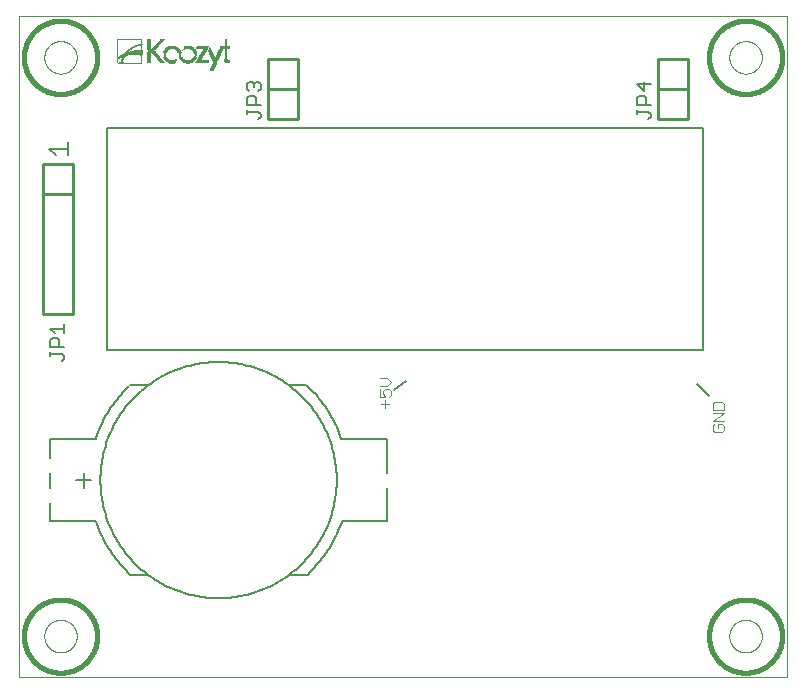
<source format=gto>
G75*
%MOIN*%
%OFA0B0*%
%FSLAX25Y25*%
%IPPOS*%
%LPD*%
%AMOC8*
5,1,8,0,0,1.08239X$1,22.5*
%
%ADD10C,0.00000*%
%ADD11C,0.01600*%
%ADD12C,0.00600*%
%ADD13C,0.00300*%
%ADD14C,0.00500*%
%ADD15C,0.01000*%
%ADD16C,0.00800*%
%ADD17R,0.01013X0.00072*%
%ADD18R,0.01013X0.00072*%
%ADD19R,0.01013X0.00072*%
%ADD20R,0.01013X0.00072*%
%ADD21R,0.01013X0.00072*%
%ADD22R,0.01013X0.00072*%
%ADD23R,0.08178X0.00072*%
%ADD24R,0.00796X0.00072*%
%ADD25R,0.08178X0.00072*%
%ADD26R,0.01737X0.00072*%
%ADD27R,0.01665X0.00072*%
%ADD28R,0.00144X0.00072*%
%ADD29R,0.00145X0.00072*%
%ADD30R,0.01447X0.00072*%
%ADD31R,0.02171X0.00072*%
%ADD32R,0.02099X0.00072*%
%ADD33R,0.04342X0.00072*%
%ADD34R,0.01230X0.00072*%
%ADD35R,0.00144X0.00072*%
%ADD36R,0.00145X0.00072*%
%ADD37R,0.01448X0.00072*%
%ADD38R,0.02316X0.00072*%
%ADD39R,0.02461X0.00072*%
%ADD40R,0.04270X0.00072*%
%ADD41R,0.01375X0.00072*%
%ADD42R,0.00144X0.00072*%
%ADD43R,0.00941X0.00072*%
%ADD44R,0.00145X0.00072*%
%ADD45R,0.01448X0.00072*%
%ADD46R,0.02533X0.00072*%
%ADD47R,0.02750X0.00072*%
%ADD48R,0.04198X0.00072*%
%ADD49R,0.01158X0.00072*%
%ADD50R,0.01520X0.00072*%
%ADD51R,0.02678X0.00072*%
%ADD52R,0.03040X0.00072*%
%ADD53R,0.01592X0.00072*%
%ADD54R,0.01447X0.00072*%
%ADD55R,0.02894X0.00072*%
%ADD56R,0.03257X0.00072*%
%ADD57R,0.04125X0.00072*%
%ADD58R,0.01303X0.00072*%
%ADD59R,0.01665X0.00072*%
%ADD60R,0.00941X0.00072*%
%ADD61R,0.02967X0.00072*%
%ADD62R,0.03474X0.00072*%
%ADD63R,0.04125X0.00072*%
%ADD64R,0.01303X0.00072*%
%ADD65R,0.01737X0.00072*%
%ADD66R,0.00941X0.00072*%
%ADD67R,0.01520X0.00072*%
%ADD68R,0.03112X0.00072*%
%ADD69R,0.03691X0.00072*%
%ADD70R,0.04053X0.00072*%
%ADD71R,0.01375X0.00072*%
%ADD72R,0.00941X0.00072*%
%ADD73R,0.01520X0.00072*%
%ADD74R,0.03908X0.00072*%
%ADD75R,0.03980X0.00072*%
%ADD76R,0.01809X0.00072*%
%ADD77R,0.03329X0.00072*%
%ADD78R,0.03980X0.00072*%
%ADD79R,0.01809X0.00072*%
%ADD80R,0.01448X0.00072*%
%ADD81R,0.03474X0.00072*%
%ADD82R,0.04198X0.00072*%
%ADD83R,0.03908X0.00072*%
%ADD84R,0.01592X0.00072*%
%ADD85R,0.01809X0.00072*%
%ADD86R,0.01881X0.00072*%
%ADD87R,0.01085X0.00072*%
%ADD88R,0.01954X0.00072*%
%ADD89R,0.01954X0.00072*%
%ADD90R,0.03836X0.00072*%
%ADD91R,0.01592X0.00072*%
%ADD92R,0.01882X0.00072*%
%ADD93R,0.01447X0.00072*%
%ADD94R,0.00651X0.00072*%
%ADD95R,0.01158X0.00072*%
%ADD96R,0.01882X0.00072*%
%ADD97R,0.00941X0.00072*%
%ADD98R,0.00507X0.00072*%
%ADD99R,0.01086X0.00072*%
%ADD100R,0.01737X0.00072*%
%ADD101R,0.01230X0.00072*%
%ADD102R,0.00941X0.00072*%
%ADD103R,0.00434X0.00072*%
%ADD104R,0.01375X0.00072*%
%ADD105R,0.01375X0.00072*%
%ADD106R,0.01086X0.00072*%
%ADD107R,0.01809X0.00072*%
%ADD108R,0.00869X0.00072*%
%ADD109R,0.01230X0.00072*%
%ADD110R,0.00362X0.00072*%
%ADD111R,0.01303X0.00072*%
%ADD112R,0.01085X0.00072*%
%ADD113R,0.01881X0.00072*%
%ADD114R,0.01230X0.00072*%
%ADD115R,0.00217X0.00072*%
%ADD116R,0.02026X0.00072*%
%ADD117R,0.01085X0.00072*%
%ADD118R,0.02026X0.00072*%
%ADD119R,0.00217X0.00072*%
%ADD120R,0.00869X0.00072*%
%ADD121R,0.01158X0.00072*%
%ADD122R,0.01086X0.00072*%
%ADD123R,0.00434X0.00072*%
%ADD124R,0.00868X0.00072*%
%ADD125R,0.00579X0.00072*%
%ADD126R,0.00868X0.00072*%
%ADD127R,0.00724X0.00072*%
%ADD128R,0.00796X0.00072*%
%ADD129R,0.01375X0.00072*%
%ADD130R,0.02026X0.00072*%
%ADD131R,0.01882X0.00072*%
%ADD132R,0.01375X0.00072*%
%ADD133R,0.01737X0.00072*%
%ADD134R,0.00869X0.00072*%
%ADD135R,0.00289X0.00072*%
%ADD136R,0.02171X0.00072*%
%ADD137R,0.00579X0.00072*%
%ADD138R,0.02461X0.00072*%
%ADD139R,0.02822X0.00072*%
%ADD140R,0.03763X0.00072*%
%ADD141R,0.02606X0.00072*%
%ADD142R,0.06369X0.00072*%
%ADD143R,0.06224X0.00072*%
%ADD144R,0.06079X0.00072*%
%ADD145R,0.05935X0.00072*%
%ADD146R,0.05790X0.00072*%
%ADD147R,0.05717X0.00072*%
%ADD148R,0.05717X0.00072*%
%ADD149R,0.05645X0.00072*%
%ADD150R,0.00868X0.00072*%
%ADD151R,0.05573X0.00072*%
%ADD152R,0.05500X0.00072*%
%ADD153R,0.00724X0.00072*%
%ADD154R,0.04487X0.00072*%
%ADD155R,0.04270X0.00072*%
%ADD156R,0.02388X0.00072*%
%ADD157R,0.00724X0.00072*%
%ADD158R,0.02244X0.00072*%
%ADD159R,0.00724X0.00072*%
%ADD160R,0.03402X0.00072*%
%ADD161R,0.02967X0.00072*%
%ADD162R,0.02171X0.00072*%
%ADD163R,0.00651X0.00072*%
%ADD164R,0.02099X0.00072*%
%ADD165R,0.00072X0.00072*%
%ADD166R,0.00652X0.00072*%
%ADD167R,0.02244X0.00072*%
%ADD168R,0.01158X0.00072*%
%ADD169R,0.00290X0.00072*%
%ADD170R,0.00796X0.00072*%
%ADD171R,0.00724X0.00072*%
%ADD172R,0.00434X0.00072*%
%ADD173R,0.01520X0.00072*%
%ADD174R,0.00579X0.00072*%
%ADD175R,0.00651X0.00072*%
%ADD176R,0.00579X0.00072*%
%ADD177R,0.04270X0.00072*%
%ADD178R,0.03763X0.00072*%
%ADD179R,0.03329X0.00072*%
%ADD180R,0.04125X0.00072*%
%ADD181R,0.03474X0.00072*%
%ADD182R,0.03763X0.00072*%
%ADD183R,0.03981X0.00072*%
%ADD184R,0.03257X0.00072*%
%ADD185R,0.03836X0.00072*%
%ADD186R,0.00289X0.00072*%
%ADD187R,0.03329X0.00072*%
%ADD188R,0.03184X0.00072*%
%ADD189R,0.03619X0.00072*%
%ADD190R,0.03039X0.00072*%
%ADD191R,0.03908X0.00072*%
%ADD192R,0.03257X0.00072*%
%ADD193R,0.00796X0.00072*%
%ADD194R,0.03401X0.00072*%
%ADD195R,0.02895X0.00072*%
%ADD196R,0.00072X0.00072*%
%ADD197R,0.03185X0.00072*%
%ADD198R,0.03185X0.00072*%
%ADD199R,0.04053X0.00072*%
%ADD200R,0.02895X0.00072*%
%ADD201R,0.02605X0.00072*%
%ADD202R,0.04053X0.00072*%
%ADD203R,0.03185X0.00072*%
%ADD204R,0.02605X0.00072*%
%ADD205R,0.03112X0.00072*%
%ADD206R,0.02244X0.00072*%
%ADD207R,0.03112X0.00072*%
%ADD208R,0.01954X0.00072*%
%ADD209R,0.01302X0.00072*%
%ADD210R,0.01230X0.00072*%
%ADD211R,0.01302X0.00072*%
D10*
X0001000Y0001000D02*
X0256906Y0001000D01*
X0256906Y0221472D01*
X0001000Y0221472D01*
X0001000Y0001000D01*
X0009367Y0014780D02*
X0009369Y0014927D01*
X0009375Y0015073D01*
X0009385Y0015219D01*
X0009399Y0015365D01*
X0009417Y0015511D01*
X0009438Y0015656D01*
X0009464Y0015800D01*
X0009494Y0015944D01*
X0009527Y0016086D01*
X0009564Y0016228D01*
X0009605Y0016369D01*
X0009650Y0016508D01*
X0009699Y0016647D01*
X0009751Y0016784D01*
X0009808Y0016919D01*
X0009867Y0017053D01*
X0009931Y0017185D01*
X0009998Y0017315D01*
X0010068Y0017444D01*
X0010142Y0017571D01*
X0010219Y0017695D01*
X0010300Y0017818D01*
X0010384Y0017938D01*
X0010471Y0018056D01*
X0010561Y0018171D01*
X0010654Y0018284D01*
X0010751Y0018395D01*
X0010850Y0018503D01*
X0010952Y0018608D01*
X0011057Y0018710D01*
X0011165Y0018809D01*
X0011276Y0018906D01*
X0011389Y0018999D01*
X0011504Y0019089D01*
X0011622Y0019176D01*
X0011742Y0019260D01*
X0011865Y0019341D01*
X0011989Y0019418D01*
X0012116Y0019492D01*
X0012245Y0019562D01*
X0012375Y0019629D01*
X0012507Y0019693D01*
X0012641Y0019752D01*
X0012776Y0019809D01*
X0012913Y0019861D01*
X0013052Y0019910D01*
X0013191Y0019955D01*
X0013332Y0019996D01*
X0013474Y0020033D01*
X0013616Y0020066D01*
X0013760Y0020096D01*
X0013904Y0020122D01*
X0014049Y0020143D01*
X0014195Y0020161D01*
X0014341Y0020175D01*
X0014487Y0020185D01*
X0014633Y0020191D01*
X0014780Y0020193D01*
X0014927Y0020191D01*
X0015073Y0020185D01*
X0015219Y0020175D01*
X0015365Y0020161D01*
X0015511Y0020143D01*
X0015656Y0020122D01*
X0015800Y0020096D01*
X0015944Y0020066D01*
X0016086Y0020033D01*
X0016228Y0019996D01*
X0016369Y0019955D01*
X0016508Y0019910D01*
X0016647Y0019861D01*
X0016784Y0019809D01*
X0016919Y0019752D01*
X0017053Y0019693D01*
X0017185Y0019629D01*
X0017315Y0019562D01*
X0017444Y0019492D01*
X0017571Y0019418D01*
X0017695Y0019341D01*
X0017818Y0019260D01*
X0017938Y0019176D01*
X0018056Y0019089D01*
X0018171Y0018999D01*
X0018284Y0018906D01*
X0018395Y0018809D01*
X0018503Y0018710D01*
X0018608Y0018608D01*
X0018710Y0018503D01*
X0018809Y0018395D01*
X0018906Y0018284D01*
X0018999Y0018171D01*
X0019089Y0018056D01*
X0019176Y0017938D01*
X0019260Y0017818D01*
X0019341Y0017695D01*
X0019418Y0017571D01*
X0019492Y0017444D01*
X0019562Y0017315D01*
X0019629Y0017185D01*
X0019693Y0017053D01*
X0019752Y0016919D01*
X0019809Y0016784D01*
X0019861Y0016647D01*
X0019910Y0016508D01*
X0019955Y0016369D01*
X0019996Y0016228D01*
X0020033Y0016086D01*
X0020066Y0015944D01*
X0020096Y0015800D01*
X0020122Y0015656D01*
X0020143Y0015511D01*
X0020161Y0015365D01*
X0020175Y0015219D01*
X0020185Y0015073D01*
X0020191Y0014927D01*
X0020193Y0014780D01*
X0020191Y0014633D01*
X0020185Y0014487D01*
X0020175Y0014341D01*
X0020161Y0014195D01*
X0020143Y0014049D01*
X0020122Y0013904D01*
X0020096Y0013760D01*
X0020066Y0013616D01*
X0020033Y0013474D01*
X0019996Y0013332D01*
X0019955Y0013191D01*
X0019910Y0013052D01*
X0019861Y0012913D01*
X0019809Y0012776D01*
X0019752Y0012641D01*
X0019693Y0012507D01*
X0019629Y0012375D01*
X0019562Y0012245D01*
X0019492Y0012116D01*
X0019418Y0011989D01*
X0019341Y0011865D01*
X0019260Y0011742D01*
X0019176Y0011622D01*
X0019089Y0011504D01*
X0018999Y0011389D01*
X0018906Y0011276D01*
X0018809Y0011165D01*
X0018710Y0011057D01*
X0018608Y0010952D01*
X0018503Y0010850D01*
X0018395Y0010751D01*
X0018284Y0010654D01*
X0018171Y0010561D01*
X0018056Y0010471D01*
X0017938Y0010384D01*
X0017818Y0010300D01*
X0017695Y0010219D01*
X0017571Y0010142D01*
X0017444Y0010068D01*
X0017315Y0009998D01*
X0017185Y0009931D01*
X0017053Y0009867D01*
X0016919Y0009808D01*
X0016784Y0009751D01*
X0016647Y0009699D01*
X0016508Y0009650D01*
X0016369Y0009605D01*
X0016228Y0009564D01*
X0016086Y0009527D01*
X0015944Y0009494D01*
X0015800Y0009464D01*
X0015656Y0009438D01*
X0015511Y0009417D01*
X0015365Y0009399D01*
X0015219Y0009385D01*
X0015073Y0009375D01*
X0014927Y0009369D01*
X0014780Y0009367D01*
X0014633Y0009369D01*
X0014487Y0009375D01*
X0014341Y0009385D01*
X0014195Y0009399D01*
X0014049Y0009417D01*
X0013904Y0009438D01*
X0013760Y0009464D01*
X0013616Y0009494D01*
X0013474Y0009527D01*
X0013332Y0009564D01*
X0013191Y0009605D01*
X0013052Y0009650D01*
X0012913Y0009699D01*
X0012776Y0009751D01*
X0012641Y0009808D01*
X0012507Y0009867D01*
X0012375Y0009931D01*
X0012245Y0009998D01*
X0012116Y0010068D01*
X0011989Y0010142D01*
X0011865Y0010219D01*
X0011742Y0010300D01*
X0011622Y0010384D01*
X0011504Y0010471D01*
X0011389Y0010561D01*
X0011276Y0010654D01*
X0011165Y0010751D01*
X0011057Y0010850D01*
X0010952Y0010952D01*
X0010850Y0011057D01*
X0010751Y0011165D01*
X0010654Y0011276D01*
X0010561Y0011389D01*
X0010471Y0011504D01*
X0010384Y0011622D01*
X0010300Y0011742D01*
X0010219Y0011865D01*
X0010142Y0011989D01*
X0010068Y0012116D01*
X0009998Y0012245D01*
X0009931Y0012375D01*
X0009867Y0012507D01*
X0009808Y0012641D01*
X0009751Y0012776D01*
X0009699Y0012913D01*
X0009650Y0013052D01*
X0009605Y0013191D01*
X0009564Y0013332D01*
X0009527Y0013474D01*
X0009494Y0013616D01*
X0009464Y0013760D01*
X0009438Y0013904D01*
X0009417Y0014049D01*
X0009399Y0014195D01*
X0009385Y0014341D01*
X0009375Y0014487D01*
X0009369Y0014633D01*
X0009367Y0014780D01*
X0009367Y0207693D02*
X0009369Y0207840D01*
X0009375Y0207986D01*
X0009385Y0208132D01*
X0009399Y0208278D01*
X0009417Y0208424D01*
X0009438Y0208569D01*
X0009464Y0208713D01*
X0009494Y0208857D01*
X0009527Y0208999D01*
X0009564Y0209141D01*
X0009605Y0209282D01*
X0009650Y0209421D01*
X0009699Y0209560D01*
X0009751Y0209697D01*
X0009808Y0209832D01*
X0009867Y0209966D01*
X0009931Y0210098D01*
X0009998Y0210228D01*
X0010068Y0210357D01*
X0010142Y0210484D01*
X0010219Y0210608D01*
X0010300Y0210731D01*
X0010384Y0210851D01*
X0010471Y0210969D01*
X0010561Y0211084D01*
X0010654Y0211197D01*
X0010751Y0211308D01*
X0010850Y0211416D01*
X0010952Y0211521D01*
X0011057Y0211623D01*
X0011165Y0211722D01*
X0011276Y0211819D01*
X0011389Y0211912D01*
X0011504Y0212002D01*
X0011622Y0212089D01*
X0011742Y0212173D01*
X0011865Y0212254D01*
X0011989Y0212331D01*
X0012116Y0212405D01*
X0012245Y0212475D01*
X0012375Y0212542D01*
X0012507Y0212606D01*
X0012641Y0212665D01*
X0012776Y0212722D01*
X0012913Y0212774D01*
X0013052Y0212823D01*
X0013191Y0212868D01*
X0013332Y0212909D01*
X0013474Y0212946D01*
X0013616Y0212979D01*
X0013760Y0213009D01*
X0013904Y0213035D01*
X0014049Y0213056D01*
X0014195Y0213074D01*
X0014341Y0213088D01*
X0014487Y0213098D01*
X0014633Y0213104D01*
X0014780Y0213106D01*
X0014927Y0213104D01*
X0015073Y0213098D01*
X0015219Y0213088D01*
X0015365Y0213074D01*
X0015511Y0213056D01*
X0015656Y0213035D01*
X0015800Y0213009D01*
X0015944Y0212979D01*
X0016086Y0212946D01*
X0016228Y0212909D01*
X0016369Y0212868D01*
X0016508Y0212823D01*
X0016647Y0212774D01*
X0016784Y0212722D01*
X0016919Y0212665D01*
X0017053Y0212606D01*
X0017185Y0212542D01*
X0017315Y0212475D01*
X0017444Y0212405D01*
X0017571Y0212331D01*
X0017695Y0212254D01*
X0017818Y0212173D01*
X0017938Y0212089D01*
X0018056Y0212002D01*
X0018171Y0211912D01*
X0018284Y0211819D01*
X0018395Y0211722D01*
X0018503Y0211623D01*
X0018608Y0211521D01*
X0018710Y0211416D01*
X0018809Y0211308D01*
X0018906Y0211197D01*
X0018999Y0211084D01*
X0019089Y0210969D01*
X0019176Y0210851D01*
X0019260Y0210731D01*
X0019341Y0210608D01*
X0019418Y0210484D01*
X0019492Y0210357D01*
X0019562Y0210228D01*
X0019629Y0210098D01*
X0019693Y0209966D01*
X0019752Y0209832D01*
X0019809Y0209697D01*
X0019861Y0209560D01*
X0019910Y0209421D01*
X0019955Y0209282D01*
X0019996Y0209141D01*
X0020033Y0208999D01*
X0020066Y0208857D01*
X0020096Y0208713D01*
X0020122Y0208569D01*
X0020143Y0208424D01*
X0020161Y0208278D01*
X0020175Y0208132D01*
X0020185Y0207986D01*
X0020191Y0207840D01*
X0020193Y0207693D01*
X0020191Y0207546D01*
X0020185Y0207400D01*
X0020175Y0207254D01*
X0020161Y0207108D01*
X0020143Y0206962D01*
X0020122Y0206817D01*
X0020096Y0206673D01*
X0020066Y0206529D01*
X0020033Y0206387D01*
X0019996Y0206245D01*
X0019955Y0206104D01*
X0019910Y0205965D01*
X0019861Y0205826D01*
X0019809Y0205689D01*
X0019752Y0205554D01*
X0019693Y0205420D01*
X0019629Y0205288D01*
X0019562Y0205158D01*
X0019492Y0205029D01*
X0019418Y0204902D01*
X0019341Y0204778D01*
X0019260Y0204655D01*
X0019176Y0204535D01*
X0019089Y0204417D01*
X0018999Y0204302D01*
X0018906Y0204189D01*
X0018809Y0204078D01*
X0018710Y0203970D01*
X0018608Y0203865D01*
X0018503Y0203763D01*
X0018395Y0203664D01*
X0018284Y0203567D01*
X0018171Y0203474D01*
X0018056Y0203384D01*
X0017938Y0203297D01*
X0017818Y0203213D01*
X0017695Y0203132D01*
X0017571Y0203055D01*
X0017444Y0202981D01*
X0017315Y0202911D01*
X0017185Y0202844D01*
X0017053Y0202780D01*
X0016919Y0202721D01*
X0016784Y0202664D01*
X0016647Y0202612D01*
X0016508Y0202563D01*
X0016369Y0202518D01*
X0016228Y0202477D01*
X0016086Y0202440D01*
X0015944Y0202407D01*
X0015800Y0202377D01*
X0015656Y0202351D01*
X0015511Y0202330D01*
X0015365Y0202312D01*
X0015219Y0202298D01*
X0015073Y0202288D01*
X0014927Y0202282D01*
X0014780Y0202280D01*
X0014633Y0202282D01*
X0014487Y0202288D01*
X0014341Y0202298D01*
X0014195Y0202312D01*
X0014049Y0202330D01*
X0013904Y0202351D01*
X0013760Y0202377D01*
X0013616Y0202407D01*
X0013474Y0202440D01*
X0013332Y0202477D01*
X0013191Y0202518D01*
X0013052Y0202563D01*
X0012913Y0202612D01*
X0012776Y0202664D01*
X0012641Y0202721D01*
X0012507Y0202780D01*
X0012375Y0202844D01*
X0012245Y0202911D01*
X0012116Y0202981D01*
X0011989Y0203055D01*
X0011865Y0203132D01*
X0011742Y0203213D01*
X0011622Y0203297D01*
X0011504Y0203384D01*
X0011389Y0203474D01*
X0011276Y0203567D01*
X0011165Y0203664D01*
X0011057Y0203763D01*
X0010952Y0203865D01*
X0010850Y0203970D01*
X0010751Y0204078D01*
X0010654Y0204189D01*
X0010561Y0204302D01*
X0010471Y0204417D01*
X0010384Y0204535D01*
X0010300Y0204655D01*
X0010219Y0204778D01*
X0010142Y0204902D01*
X0010068Y0205029D01*
X0009998Y0205158D01*
X0009931Y0205288D01*
X0009867Y0205420D01*
X0009808Y0205554D01*
X0009751Y0205689D01*
X0009699Y0205826D01*
X0009650Y0205965D01*
X0009605Y0206104D01*
X0009564Y0206245D01*
X0009527Y0206387D01*
X0009494Y0206529D01*
X0009464Y0206673D01*
X0009438Y0206817D01*
X0009417Y0206962D01*
X0009399Y0207108D01*
X0009385Y0207254D01*
X0009375Y0207400D01*
X0009369Y0207546D01*
X0009367Y0207693D01*
X0237713Y0207693D02*
X0237715Y0207840D01*
X0237721Y0207986D01*
X0237731Y0208132D01*
X0237745Y0208278D01*
X0237763Y0208424D01*
X0237784Y0208569D01*
X0237810Y0208713D01*
X0237840Y0208857D01*
X0237873Y0208999D01*
X0237910Y0209141D01*
X0237951Y0209282D01*
X0237996Y0209421D01*
X0238045Y0209560D01*
X0238097Y0209697D01*
X0238154Y0209832D01*
X0238213Y0209966D01*
X0238277Y0210098D01*
X0238344Y0210228D01*
X0238414Y0210357D01*
X0238488Y0210484D01*
X0238565Y0210608D01*
X0238646Y0210731D01*
X0238730Y0210851D01*
X0238817Y0210969D01*
X0238907Y0211084D01*
X0239000Y0211197D01*
X0239097Y0211308D01*
X0239196Y0211416D01*
X0239298Y0211521D01*
X0239403Y0211623D01*
X0239511Y0211722D01*
X0239622Y0211819D01*
X0239735Y0211912D01*
X0239850Y0212002D01*
X0239968Y0212089D01*
X0240088Y0212173D01*
X0240211Y0212254D01*
X0240335Y0212331D01*
X0240462Y0212405D01*
X0240591Y0212475D01*
X0240721Y0212542D01*
X0240853Y0212606D01*
X0240987Y0212665D01*
X0241122Y0212722D01*
X0241259Y0212774D01*
X0241398Y0212823D01*
X0241537Y0212868D01*
X0241678Y0212909D01*
X0241820Y0212946D01*
X0241962Y0212979D01*
X0242106Y0213009D01*
X0242250Y0213035D01*
X0242395Y0213056D01*
X0242541Y0213074D01*
X0242687Y0213088D01*
X0242833Y0213098D01*
X0242979Y0213104D01*
X0243126Y0213106D01*
X0243273Y0213104D01*
X0243419Y0213098D01*
X0243565Y0213088D01*
X0243711Y0213074D01*
X0243857Y0213056D01*
X0244002Y0213035D01*
X0244146Y0213009D01*
X0244290Y0212979D01*
X0244432Y0212946D01*
X0244574Y0212909D01*
X0244715Y0212868D01*
X0244854Y0212823D01*
X0244993Y0212774D01*
X0245130Y0212722D01*
X0245265Y0212665D01*
X0245399Y0212606D01*
X0245531Y0212542D01*
X0245661Y0212475D01*
X0245790Y0212405D01*
X0245917Y0212331D01*
X0246041Y0212254D01*
X0246164Y0212173D01*
X0246284Y0212089D01*
X0246402Y0212002D01*
X0246517Y0211912D01*
X0246630Y0211819D01*
X0246741Y0211722D01*
X0246849Y0211623D01*
X0246954Y0211521D01*
X0247056Y0211416D01*
X0247155Y0211308D01*
X0247252Y0211197D01*
X0247345Y0211084D01*
X0247435Y0210969D01*
X0247522Y0210851D01*
X0247606Y0210731D01*
X0247687Y0210608D01*
X0247764Y0210484D01*
X0247838Y0210357D01*
X0247908Y0210228D01*
X0247975Y0210098D01*
X0248039Y0209966D01*
X0248098Y0209832D01*
X0248155Y0209697D01*
X0248207Y0209560D01*
X0248256Y0209421D01*
X0248301Y0209282D01*
X0248342Y0209141D01*
X0248379Y0208999D01*
X0248412Y0208857D01*
X0248442Y0208713D01*
X0248468Y0208569D01*
X0248489Y0208424D01*
X0248507Y0208278D01*
X0248521Y0208132D01*
X0248531Y0207986D01*
X0248537Y0207840D01*
X0248539Y0207693D01*
X0248537Y0207546D01*
X0248531Y0207400D01*
X0248521Y0207254D01*
X0248507Y0207108D01*
X0248489Y0206962D01*
X0248468Y0206817D01*
X0248442Y0206673D01*
X0248412Y0206529D01*
X0248379Y0206387D01*
X0248342Y0206245D01*
X0248301Y0206104D01*
X0248256Y0205965D01*
X0248207Y0205826D01*
X0248155Y0205689D01*
X0248098Y0205554D01*
X0248039Y0205420D01*
X0247975Y0205288D01*
X0247908Y0205158D01*
X0247838Y0205029D01*
X0247764Y0204902D01*
X0247687Y0204778D01*
X0247606Y0204655D01*
X0247522Y0204535D01*
X0247435Y0204417D01*
X0247345Y0204302D01*
X0247252Y0204189D01*
X0247155Y0204078D01*
X0247056Y0203970D01*
X0246954Y0203865D01*
X0246849Y0203763D01*
X0246741Y0203664D01*
X0246630Y0203567D01*
X0246517Y0203474D01*
X0246402Y0203384D01*
X0246284Y0203297D01*
X0246164Y0203213D01*
X0246041Y0203132D01*
X0245917Y0203055D01*
X0245790Y0202981D01*
X0245661Y0202911D01*
X0245531Y0202844D01*
X0245399Y0202780D01*
X0245265Y0202721D01*
X0245130Y0202664D01*
X0244993Y0202612D01*
X0244854Y0202563D01*
X0244715Y0202518D01*
X0244574Y0202477D01*
X0244432Y0202440D01*
X0244290Y0202407D01*
X0244146Y0202377D01*
X0244002Y0202351D01*
X0243857Y0202330D01*
X0243711Y0202312D01*
X0243565Y0202298D01*
X0243419Y0202288D01*
X0243273Y0202282D01*
X0243126Y0202280D01*
X0242979Y0202282D01*
X0242833Y0202288D01*
X0242687Y0202298D01*
X0242541Y0202312D01*
X0242395Y0202330D01*
X0242250Y0202351D01*
X0242106Y0202377D01*
X0241962Y0202407D01*
X0241820Y0202440D01*
X0241678Y0202477D01*
X0241537Y0202518D01*
X0241398Y0202563D01*
X0241259Y0202612D01*
X0241122Y0202664D01*
X0240987Y0202721D01*
X0240853Y0202780D01*
X0240721Y0202844D01*
X0240591Y0202911D01*
X0240462Y0202981D01*
X0240335Y0203055D01*
X0240211Y0203132D01*
X0240088Y0203213D01*
X0239968Y0203297D01*
X0239850Y0203384D01*
X0239735Y0203474D01*
X0239622Y0203567D01*
X0239511Y0203664D01*
X0239403Y0203763D01*
X0239298Y0203865D01*
X0239196Y0203970D01*
X0239097Y0204078D01*
X0239000Y0204189D01*
X0238907Y0204302D01*
X0238817Y0204417D01*
X0238730Y0204535D01*
X0238646Y0204655D01*
X0238565Y0204778D01*
X0238488Y0204902D01*
X0238414Y0205029D01*
X0238344Y0205158D01*
X0238277Y0205288D01*
X0238213Y0205420D01*
X0238154Y0205554D01*
X0238097Y0205689D01*
X0238045Y0205826D01*
X0237996Y0205965D01*
X0237951Y0206104D01*
X0237910Y0206245D01*
X0237873Y0206387D01*
X0237840Y0206529D01*
X0237810Y0206673D01*
X0237784Y0206817D01*
X0237763Y0206962D01*
X0237745Y0207108D01*
X0237731Y0207254D01*
X0237721Y0207400D01*
X0237715Y0207546D01*
X0237713Y0207693D01*
X0237713Y0014780D02*
X0237715Y0014927D01*
X0237721Y0015073D01*
X0237731Y0015219D01*
X0237745Y0015365D01*
X0237763Y0015511D01*
X0237784Y0015656D01*
X0237810Y0015800D01*
X0237840Y0015944D01*
X0237873Y0016086D01*
X0237910Y0016228D01*
X0237951Y0016369D01*
X0237996Y0016508D01*
X0238045Y0016647D01*
X0238097Y0016784D01*
X0238154Y0016919D01*
X0238213Y0017053D01*
X0238277Y0017185D01*
X0238344Y0017315D01*
X0238414Y0017444D01*
X0238488Y0017571D01*
X0238565Y0017695D01*
X0238646Y0017818D01*
X0238730Y0017938D01*
X0238817Y0018056D01*
X0238907Y0018171D01*
X0239000Y0018284D01*
X0239097Y0018395D01*
X0239196Y0018503D01*
X0239298Y0018608D01*
X0239403Y0018710D01*
X0239511Y0018809D01*
X0239622Y0018906D01*
X0239735Y0018999D01*
X0239850Y0019089D01*
X0239968Y0019176D01*
X0240088Y0019260D01*
X0240211Y0019341D01*
X0240335Y0019418D01*
X0240462Y0019492D01*
X0240591Y0019562D01*
X0240721Y0019629D01*
X0240853Y0019693D01*
X0240987Y0019752D01*
X0241122Y0019809D01*
X0241259Y0019861D01*
X0241398Y0019910D01*
X0241537Y0019955D01*
X0241678Y0019996D01*
X0241820Y0020033D01*
X0241962Y0020066D01*
X0242106Y0020096D01*
X0242250Y0020122D01*
X0242395Y0020143D01*
X0242541Y0020161D01*
X0242687Y0020175D01*
X0242833Y0020185D01*
X0242979Y0020191D01*
X0243126Y0020193D01*
X0243273Y0020191D01*
X0243419Y0020185D01*
X0243565Y0020175D01*
X0243711Y0020161D01*
X0243857Y0020143D01*
X0244002Y0020122D01*
X0244146Y0020096D01*
X0244290Y0020066D01*
X0244432Y0020033D01*
X0244574Y0019996D01*
X0244715Y0019955D01*
X0244854Y0019910D01*
X0244993Y0019861D01*
X0245130Y0019809D01*
X0245265Y0019752D01*
X0245399Y0019693D01*
X0245531Y0019629D01*
X0245661Y0019562D01*
X0245790Y0019492D01*
X0245917Y0019418D01*
X0246041Y0019341D01*
X0246164Y0019260D01*
X0246284Y0019176D01*
X0246402Y0019089D01*
X0246517Y0018999D01*
X0246630Y0018906D01*
X0246741Y0018809D01*
X0246849Y0018710D01*
X0246954Y0018608D01*
X0247056Y0018503D01*
X0247155Y0018395D01*
X0247252Y0018284D01*
X0247345Y0018171D01*
X0247435Y0018056D01*
X0247522Y0017938D01*
X0247606Y0017818D01*
X0247687Y0017695D01*
X0247764Y0017571D01*
X0247838Y0017444D01*
X0247908Y0017315D01*
X0247975Y0017185D01*
X0248039Y0017053D01*
X0248098Y0016919D01*
X0248155Y0016784D01*
X0248207Y0016647D01*
X0248256Y0016508D01*
X0248301Y0016369D01*
X0248342Y0016228D01*
X0248379Y0016086D01*
X0248412Y0015944D01*
X0248442Y0015800D01*
X0248468Y0015656D01*
X0248489Y0015511D01*
X0248507Y0015365D01*
X0248521Y0015219D01*
X0248531Y0015073D01*
X0248537Y0014927D01*
X0248539Y0014780D01*
X0248537Y0014633D01*
X0248531Y0014487D01*
X0248521Y0014341D01*
X0248507Y0014195D01*
X0248489Y0014049D01*
X0248468Y0013904D01*
X0248442Y0013760D01*
X0248412Y0013616D01*
X0248379Y0013474D01*
X0248342Y0013332D01*
X0248301Y0013191D01*
X0248256Y0013052D01*
X0248207Y0012913D01*
X0248155Y0012776D01*
X0248098Y0012641D01*
X0248039Y0012507D01*
X0247975Y0012375D01*
X0247908Y0012245D01*
X0247838Y0012116D01*
X0247764Y0011989D01*
X0247687Y0011865D01*
X0247606Y0011742D01*
X0247522Y0011622D01*
X0247435Y0011504D01*
X0247345Y0011389D01*
X0247252Y0011276D01*
X0247155Y0011165D01*
X0247056Y0011057D01*
X0246954Y0010952D01*
X0246849Y0010850D01*
X0246741Y0010751D01*
X0246630Y0010654D01*
X0246517Y0010561D01*
X0246402Y0010471D01*
X0246284Y0010384D01*
X0246164Y0010300D01*
X0246041Y0010219D01*
X0245917Y0010142D01*
X0245790Y0010068D01*
X0245661Y0009998D01*
X0245531Y0009931D01*
X0245399Y0009867D01*
X0245265Y0009808D01*
X0245130Y0009751D01*
X0244993Y0009699D01*
X0244854Y0009650D01*
X0244715Y0009605D01*
X0244574Y0009564D01*
X0244432Y0009527D01*
X0244290Y0009494D01*
X0244146Y0009464D01*
X0244002Y0009438D01*
X0243857Y0009417D01*
X0243711Y0009399D01*
X0243565Y0009385D01*
X0243419Y0009375D01*
X0243273Y0009369D01*
X0243126Y0009367D01*
X0242979Y0009369D01*
X0242833Y0009375D01*
X0242687Y0009385D01*
X0242541Y0009399D01*
X0242395Y0009417D01*
X0242250Y0009438D01*
X0242106Y0009464D01*
X0241962Y0009494D01*
X0241820Y0009527D01*
X0241678Y0009564D01*
X0241537Y0009605D01*
X0241398Y0009650D01*
X0241259Y0009699D01*
X0241122Y0009751D01*
X0240987Y0009808D01*
X0240853Y0009867D01*
X0240721Y0009931D01*
X0240591Y0009998D01*
X0240462Y0010068D01*
X0240335Y0010142D01*
X0240211Y0010219D01*
X0240088Y0010300D01*
X0239968Y0010384D01*
X0239850Y0010471D01*
X0239735Y0010561D01*
X0239622Y0010654D01*
X0239511Y0010751D01*
X0239403Y0010850D01*
X0239298Y0010952D01*
X0239196Y0011057D01*
X0239097Y0011165D01*
X0239000Y0011276D01*
X0238907Y0011389D01*
X0238817Y0011504D01*
X0238730Y0011622D01*
X0238646Y0011742D01*
X0238565Y0011865D01*
X0238488Y0011989D01*
X0238414Y0012116D01*
X0238344Y0012245D01*
X0238277Y0012375D01*
X0238213Y0012507D01*
X0238154Y0012641D01*
X0238097Y0012776D01*
X0238045Y0012913D01*
X0237996Y0013052D01*
X0237951Y0013191D01*
X0237910Y0013332D01*
X0237873Y0013474D01*
X0237840Y0013616D01*
X0237810Y0013760D01*
X0237784Y0013904D01*
X0237763Y0014049D01*
X0237745Y0014195D01*
X0237731Y0014341D01*
X0237721Y0014487D01*
X0237715Y0014633D01*
X0237713Y0014780D01*
D11*
X0230921Y0014780D02*
X0230925Y0015080D01*
X0230936Y0015379D01*
X0230954Y0015678D01*
X0230980Y0015976D01*
X0231013Y0016274D01*
X0231053Y0016571D01*
X0231101Y0016867D01*
X0231156Y0017161D01*
X0231218Y0017454D01*
X0231287Y0017746D01*
X0231363Y0018035D01*
X0231447Y0018323D01*
X0231537Y0018608D01*
X0231634Y0018892D01*
X0231739Y0019173D01*
X0231850Y0019451D01*
X0231968Y0019726D01*
X0232093Y0019998D01*
X0232224Y0020268D01*
X0232362Y0020533D01*
X0232507Y0020796D01*
X0232657Y0021055D01*
X0232815Y0021310D01*
X0232978Y0021561D01*
X0233147Y0021808D01*
X0233323Y0022051D01*
X0233504Y0022289D01*
X0233691Y0022523D01*
X0233884Y0022752D01*
X0234083Y0022976D01*
X0234287Y0023196D01*
X0234496Y0023410D01*
X0234710Y0023619D01*
X0234930Y0023823D01*
X0235154Y0024022D01*
X0235383Y0024215D01*
X0235617Y0024402D01*
X0235855Y0024583D01*
X0236098Y0024759D01*
X0236345Y0024928D01*
X0236596Y0025091D01*
X0236851Y0025249D01*
X0237110Y0025399D01*
X0237373Y0025544D01*
X0237638Y0025682D01*
X0237908Y0025813D01*
X0238180Y0025938D01*
X0238455Y0026056D01*
X0238733Y0026167D01*
X0239014Y0026272D01*
X0239298Y0026369D01*
X0239583Y0026459D01*
X0239871Y0026543D01*
X0240160Y0026619D01*
X0240452Y0026688D01*
X0240745Y0026750D01*
X0241039Y0026805D01*
X0241335Y0026853D01*
X0241632Y0026893D01*
X0241930Y0026926D01*
X0242228Y0026952D01*
X0242527Y0026970D01*
X0242826Y0026981D01*
X0243126Y0026985D01*
X0243426Y0026981D01*
X0243725Y0026970D01*
X0244024Y0026952D01*
X0244322Y0026926D01*
X0244620Y0026893D01*
X0244917Y0026853D01*
X0245213Y0026805D01*
X0245507Y0026750D01*
X0245800Y0026688D01*
X0246092Y0026619D01*
X0246381Y0026543D01*
X0246669Y0026459D01*
X0246954Y0026369D01*
X0247238Y0026272D01*
X0247519Y0026167D01*
X0247797Y0026056D01*
X0248072Y0025938D01*
X0248344Y0025813D01*
X0248614Y0025682D01*
X0248879Y0025544D01*
X0249142Y0025399D01*
X0249401Y0025249D01*
X0249656Y0025091D01*
X0249907Y0024928D01*
X0250154Y0024759D01*
X0250397Y0024583D01*
X0250635Y0024402D01*
X0250869Y0024215D01*
X0251098Y0024022D01*
X0251322Y0023823D01*
X0251542Y0023619D01*
X0251756Y0023410D01*
X0251965Y0023196D01*
X0252169Y0022976D01*
X0252368Y0022752D01*
X0252561Y0022523D01*
X0252748Y0022289D01*
X0252929Y0022051D01*
X0253105Y0021808D01*
X0253274Y0021561D01*
X0253437Y0021310D01*
X0253595Y0021055D01*
X0253745Y0020796D01*
X0253890Y0020533D01*
X0254028Y0020268D01*
X0254159Y0019998D01*
X0254284Y0019726D01*
X0254402Y0019451D01*
X0254513Y0019173D01*
X0254618Y0018892D01*
X0254715Y0018608D01*
X0254805Y0018323D01*
X0254889Y0018035D01*
X0254965Y0017746D01*
X0255034Y0017454D01*
X0255096Y0017161D01*
X0255151Y0016867D01*
X0255199Y0016571D01*
X0255239Y0016274D01*
X0255272Y0015976D01*
X0255298Y0015678D01*
X0255316Y0015379D01*
X0255327Y0015080D01*
X0255331Y0014780D01*
X0255327Y0014480D01*
X0255316Y0014181D01*
X0255298Y0013882D01*
X0255272Y0013584D01*
X0255239Y0013286D01*
X0255199Y0012989D01*
X0255151Y0012693D01*
X0255096Y0012399D01*
X0255034Y0012106D01*
X0254965Y0011814D01*
X0254889Y0011525D01*
X0254805Y0011237D01*
X0254715Y0010952D01*
X0254618Y0010668D01*
X0254513Y0010387D01*
X0254402Y0010109D01*
X0254284Y0009834D01*
X0254159Y0009562D01*
X0254028Y0009292D01*
X0253890Y0009027D01*
X0253745Y0008764D01*
X0253595Y0008505D01*
X0253437Y0008250D01*
X0253274Y0007999D01*
X0253105Y0007752D01*
X0252929Y0007509D01*
X0252748Y0007271D01*
X0252561Y0007037D01*
X0252368Y0006808D01*
X0252169Y0006584D01*
X0251965Y0006364D01*
X0251756Y0006150D01*
X0251542Y0005941D01*
X0251322Y0005737D01*
X0251098Y0005538D01*
X0250869Y0005345D01*
X0250635Y0005158D01*
X0250397Y0004977D01*
X0250154Y0004801D01*
X0249907Y0004632D01*
X0249656Y0004469D01*
X0249401Y0004311D01*
X0249142Y0004161D01*
X0248879Y0004016D01*
X0248614Y0003878D01*
X0248344Y0003747D01*
X0248072Y0003622D01*
X0247797Y0003504D01*
X0247519Y0003393D01*
X0247238Y0003288D01*
X0246954Y0003191D01*
X0246669Y0003101D01*
X0246381Y0003017D01*
X0246092Y0002941D01*
X0245800Y0002872D01*
X0245507Y0002810D01*
X0245213Y0002755D01*
X0244917Y0002707D01*
X0244620Y0002667D01*
X0244322Y0002634D01*
X0244024Y0002608D01*
X0243725Y0002590D01*
X0243426Y0002579D01*
X0243126Y0002575D01*
X0242826Y0002579D01*
X0242527Y0002590D01*
X0242228Y0002608D01*
X0241930Y0002634D01*
X0241632Y0002667D01*
X0241335Y0002707D01*
X0241039Y0002755D01*
X0240745Y0002810D01*
X0240452Y0002872D01*
X0240160Y0002941D01*
X0239871Y0003017D01*
X0239583Y0003101D01*
X0239298Y0003191D01*
X0239014Y0003288D01*
X0238733Y0003393D01*
X0238455Y0003504D01*
X0238180Y0003622D01*
X0237908Y0003747D01*
X0237638Y0003878D01*
X0237373Y0004016D01*
X0237110Y0004161D01*
X0236851Y0004311D01*
X0236596Y0004469D01*
X0236345Y0004632D01*
X0236098Y0004801D01*
X0235855Y0004977D01*
X0235617Y0005158D01*
X0235383Y0005345D01*
X0235154Y0005538D01*
X0234930Y0005737D01*
X0234710Y0005941D01*
X0234496Y0006150D01*
X0234287Y0006364D01*
X0234083Y0006584D01*
X0233884Y0006808D01*
X0233691Y0007037D01*
X0233504Y0007271D01*
X0233323Y0007509D01*
X0233147Y0007752D01*
X0232978Y0007999D01*
X0232815Y0008250D01*
X0232657Y0008505D01*
X0232507Y0008764D01*
X0232362Y0009027D01*
X0232224Y0009292D01*
X0232093Y0009562D01*
X0231968Y0009834D01*
X0231850Y0010109D01*
X0231739Y0010387D01*
X0231634Y0010668D01*
X0231537Y0010952D01*
X0231447Y0011237D01*
X0231363Y0011525D01*
X0231287Y0011814D01*
X0231218Y0012106D01*
X0231156Y0012399D01*
X0231101Y0012693D01*
X0231053Y0012989D01*
X0231013Y0013286D01*
X0230980Y0013584D01*
X0230954Y0013882D01*
X0230936Y0014181D01*
X0230925Y0014480D01*
X0230921Y0014780D01*
X0002575Y0014780D02*
X0002579Y0015080D01*
X0002590Y0015379D01*
X0002608Y0015678D01*
X0002634Y0015976D01*
X0002667Y0016274D01*
X0002707Y0016571D01*
X0002755Y0016867D01*
X0002810Y0017161D01*
X0002872Y0017454D01*
X0002941Y0017746D01*
X0003017Y0018035D01*
X0003101Y0018323D01*
X0003191Y0018608D01*
X0003288Y0018892D01*
X0003393Y0019173D01*
X0003504Y0019451D01*
X0003622Y0019726D01*
X0003747Y0019998D01*
X0003878Y0020268D01*
X0004016Y0020533D01*
X0004161Y0020796D01*
X0004311Y0021055D01*
X0004469Y0021310D01*
X0004632Y0021561D01*
X0004801Y0021808D01*
X0004977Y0022051D01*
X0005158Y0022289D01*
X0005345Y0022523D01*
X0005538Y0022752D01*
X0005737Y0022976D01*
X0005941Y0023196D01*
X0006150Y0023410D01*
X0006364Y0023619D01*
X0006584Y0023823D01*
X0006808Y0024022D01*
X0007037Y0024215D01*
X0007271Y0024402D01*
X0007509Y0024583D01*
X0007752Y0024759D01*
X0007999Y0024928D01*
X0008250Y0025091D01*
X0008505Y0025249D01*
X0008764Y0025399D01*
X0009027Y0025544D01*
X0009292Y0025682D01*
X0009562Y0025813D01*
X0009834Y0025938D01*
X0010109Y0026056D01*
X0010387Y0026167D01*
X0010668Y0026272D01*
X0010952Y0026369D01*
X0011237Y0026459D01*
X0011525Y0026543D01*
X0011814Y0026619D01*
X0012106Y0026688D01*
X0012399Y0026750D01*
X0012693Y0026805D01*
X0012989Y0026853D01*
X0013286Y0026893D01*
X0013584Y0026926D01*
X0013882Y0026952D01*
X0014181Y0026970D01*
X0014480Y0026981D01*
X0014780Y0026985D01*
X0015080Y0026981D01*
X0015379Y0026970D01*
X0015678Y0026952D01*
X0015976Y0026926D01*
X0016274Y0026893D01*
X0016571Y0026853D01*
X0016867Y0026805D01*
X0017161Y0026750D01*
X0017454Y0026688D01*
X0017746Y0026619D01*
X0018035Y0026543D01*
X0018323Y0026459D01*
X0018608Y0026369D01*
X0018892Y0026272D01*
X0019173Y0026167D01*
X0019451Y0026056D01*
X0019726Y0025938D01*
X0019998Y0025813D01*
X0020268Y0025682D01*
X0020533Y0025544D01*
X0020796Y0025399D01*
X0021055Y0025249D01*
X0021310Y0025091D01*
X0021561Y0024928D01*
X0021808Y0024759D01*
X0022051Y0024583D01*
X0022289Y0024402D01*
X0022523Y0024215D01*
X0022752Y0024022D01*
X0022976Y0023823D01*
X0023196Y0023619D01*
X0023410Y0023410D01*
X0023619Y0023196D01*
X0023823Y0022976D01*
X0024022Y0022752D01*
X0024215Y0022523D01*
X0024402Y0022289D01*
X0024583Y0022051D01*
X0024759Y0021808D01*
X0024928Y0021561D01*
X0025091Y0021310D01*
X0025249Y0021055D01*
X0025399Y0020796D01*
X0025544Y0020533D01*
X0025682Y0020268D01*
X0025813Y0019998D01*
X0025938Y0019726D01*
X0026056Y0019451D01*
X0026167Y0019173D01*
X0026272Y0018892D01*
X0026369Y0018608D01*
X0026459Y0018323D01*
X0026543Y0018035D01*
X0026619Y0017746D01*
X0026688Y0017454D01*
X0026750Y0017161D01*
X0026805Y0016867D01*
X0026853Y0016571D01*
X0026893Y0016274D01*
X0026926Y0015976D01*
X0026952Y0015678D01*
X0026970Y0015379D01*
X0026981Y0015080D01*
X0026985Y0014780D01*
X0026981Y0014480D01*
X0026970Y0014181D01*
X0026952Y0013882D01*
X0026926Y0013584D01*
X0026893Y0013286D01*
X0026853Y0012989D01*
X0026805Y0012693D01*
X0026750Y0012399D01*
X0026688Y0012106D01*
X0026619Y0011814D01*
X0026543Y0011525D01*
X0026459Y0011237D01*
X0026369Y0010952D01*
X0026272Y0010668D01*
X0026167Y0010387D01*
X0026056Y0010109D01*
X0025938Y0009834D01*
X0025813Y0009562D01*
X0025682Y0009292D01*
X0025544Y0009027D01*
X0025399Y0008764D01*
X0025249Y0008505D01*
X0025091Y0008250D01*
X0024928Y0007999D01*
X0024759Y0007752D01*
X0024583Y0007509D01*
X0024402Y0007271D01*
X0024215Y0007037D01*
X0024022Y0006808D01*
X0023823Y0006584D01*
X0023619Y0006364D01*
X0023410Y0006150D01*
X0023196Y0005941D01*
X0022976Y0005737D01*
X0022752Y0005538D01*
X0022523Y0005345D01*
X0022289Y0005158D01*
X0022051Y0004977D01*
X0021808Y0004801D01*
X0021561Y0004632D01*
X0021310Y0004469D01*
X0021055Y0004311D01*
X0020796Y0004161D01*
X0020533Y0004016D01*
X0020268Y0003878D01*
X0019998Y0003747D01*
X0019726Y0003622D01*
X0019451Y0003504D01*
X0019173Y0003393D01*
X0018892Y0003288D01*
X0018608Y0003191D01*
X0018323Y0003101D01*
X0018035Y0003017D01*
X0017746Y0002941D01*
X0017454Y0002872D01*
X0017161Y0002810D01*
X0016867Y0002755D01*
X0016571Y0002707D01*
X0016274Y0002667D01*
X0015976Y0002634D01*
X0015678Y0002608D01*
X0015379Y0002590D01*
X0015080Y0002579D01*
X0014780Y0002575D01*
X0014480Y0002579D01*
X0014181Y0002590D01*
X0013882Y0002608D01*
X0013584Y0002634D01*
X0013286Y0002667D01*
X0012989Y0002707D01*
X0012693Y0002755D01*
X0012399Y0002810D01*
X0012106Y0002872D01*
X0011814Y0002941D01*
X0011525Y0003017D01*
X0011237Y0003101D01*
X0010952Y0003191D01*
X0010668Y0003288D01*
X0010387Y0003393D01*
X0010109Y0003504D01*
X0009834Y0003622D01*
X0009562Y0003747D01*
X0009292Y0003878D01*
X0009027Y0004016D01*
X0008764Y0004161D01*
X0008505Y0004311D01*
X0008250Y0004469D01*
X0007999Y0004632D01*
X0007752Y0004801D01*
X0007509Y0004977D01*
X0007271Y0005158D01*
X0007037Y0005345D01*
X0006808Y0005538D01*
X0006584Y0005737D01*
X0006364Y0005941D01*
X0006150Y0006150D01*
X0005941Y0006364D01*
X0005737Y0006584D01*
X0005538Y0006808D01*
X0005345Y0007037D01*
X0005158Y0007271D01*
X0004977Y0007509D01*
X0004801Y0007752D01*
X0004632Y0007999D01*
X0004469Y0008250D01*
X0004311Y0008505D01*
X0004161Y0008764D01*
X0004016Y0009027D01*
X0003878Y0009292D01*
X0003747Y0009562D01*
X0003622Y0009834D01*
X0003504Y0010109D01*
X0003393Y0010387D01*
X0003288Y0010668D01*
X0003191Y0010952D01*
X0003101Y0011237D01*
X0003017Y0011525D01*
X0002941Y0011814D01*
X0002872Y0012106D01*
X0002810Y0012399D01*
X0002755Y0012693D01*
X0002707Y0012989D01*
X0002667Y0013286D01*
X0002634Y0013584D01*
X0002608Y0013882D01*
X0002590Y0014181D01*
X0002579Y0014480D01*
X0002575Y0014780D01*
X0002575Y0207693D02*
X0002579Y0207993D01*
X0002590Y0208292D01*
X0002608Y0208591D01*
X0002634Y0208889D01*
X0002667Y0209187D01*
X0002707Y0209484D01*
X0002755Y0209780D01*
X0002810Y0210074D01*
X0002872Y0210367D01*
X0002941Y0210659D01*
X0003017Y0210948D01*
X0003101Y0211236D01*
X0003191Y0211521D01*
X0003288Y0211805D01*
X0003393Y0212086D01*
X0003504Y0212364D01*
X0003622Y0212639D01*
X0003747Y0212911D01*
X0003878Y0213181D01*
X0004016Y0213446D01*
X0004161Y0213709D01*
X0004311Y0213968D01*
X0004469Y0214223D01*
X0004632Y0214474D01*
X0004801Y0214721D01*
X0004977Y0214964D01*
X0005158Y0215202D01*
X0005345Y0215436D01*
X0005538Y0215665D01*
X0005737Y0215889D01*
X0005941Y0216109D01*
X0006150Y0216323D01*
X0006364Y0216532D01*
X0006584Y0216736D01*
X0006808Y0216935D01*
X0007037Y0217128D01*
X0007271Y0217315D01*
X0007509Y0217496D01*
X0007752Y0217672D01*
X0007999Y0217841D01*
X0008250Y0218004D01*
X0008505Y0218162D01*
X0008764Y0218312D01*
X0009027Y0218457D01*
X0009292Y0218595D01*
X0009562Y0218726D01*
X0009834Y0218851D01*
X0010109Y0218969D01*
X0010387Y0219080D01*
X0010668Y0219185D01*
X0010952Y0219282D01*
X0011237Y0219372D01*
X0011525Y0219456D01*
X0011814Y0219532D01*
X0012106Y0219601D01*
X0012399Y0219663D01*
X0012693Y0219718D01*
X0012989Y0219766D01*
X0013286Y0219806D01*
X0013584Y0219839D01*
X0013882Y0219865D01*
X0014181Y0219883D01*
X0014480Y0219894D01*
X0014780Y0219898D01*
X0015080Y0219894D01*
X0015379Y0219883D01*
X0015678Y0219865D01*
X0015976Y0219839D01*
X0016274Y0219806D01*
X0016571Y0219766D01*
X0016867Y0219718D01*
X0017161Y0219663D01*
X0017454Y0219601D01*
X0017746Y0219532D01*
X0018035Y0219456D01*
X0018323Y0219372D01*
X0018608Y0219282D01*
X0018892Y0219185D01*
X0019173Y0219080D01*
X0019451Y0218969D01*
X0019726Y0218851D01*
X0019998Y0218726D01*
X0020268Y0218595D01*
X0020533Y0218457D01*
X0020796Y0218312D01*
X0021055Y0218162D01*
X0021310Y0218004D01*
X0021561Y0217841D01*
X0021808Y0217672D01*
X0022051Y0217496D01*
X0022289Y0217315D01*
X0022523Y0217128D01*
X0022752Y0216935D01*
X0022976Y0216736D01*
X0023196Y0216532D01*
X0023410Y0216323D01*
X0023619Y0216109D01*
X0023823Y0215889D01*
X0024022Y0215665D01*
X0024215Y0215436D01*
X0024402Y0215202D01*
X0024583Y0214964D01*
X0024759Y0214721D01*
X0024928Y0214474D01*
X0025091Y0214223D01*
X0025249Y0213968D01*
X0025399Y0213709D01*
X0025544Y0213446D01*
X0025682Y0213181D01*
X0025813Y0212911D01*
X0025938Y0212639D01*
X0026056Y0212364D01*
X0026167Y0212086D01*
X0026272Y0211805D01*
X0026369Y0211521D01*
X0026459Y0211236D01*
X0026543Y0210948D01*
X0026619Y0210659D01*
X0026688Y0210367D01*
X0026750Y0210074D01*
X0026805Y0209780D01*
X0026853Y0209484D01*
X0026893Y0209187D01*
X0026926Y0208889D01*
X0026952Y0208591D01*
X0026970Y0208292D01*
X0026981Y0207993D01*
X0026985Y0207693D01*
X0026981Y0207393D01*
X0026970Y0207094D01*
X0026952Y0206795D01*
X0026926Y0206497D01*
X0026893Y0206199D01*
X0026853Y0205902D01*
X0026805Y0205606D01*
X0026750Y0205312D01*
X0026688Y0205019D01*
X0026619Y0204727D01*
X0026543Y0204438D01*
X0026459Y0204150D01*
X0026369Y0203865D01*
X0026272Y0203581D01*
X0026167Y0203300D01*
X0026056Y0203022D01*
X0025938Y0202747D01*
X0025813Y0202475D01*
X0025682Y0202205D01*
X0025544Y0201940D01*
X0025399Y0201677D01*
X0025249Y0201418D01*
X0025091Y0201163D01*
X0024928Y0200912D01*
X0024759Y0200665D01*
X0024583Y0200422D01*
X0024402Y0200184D01*
X0024215Y0199950D01*
X0024022Y0199721D01*
X0023823Y0199497D01*
X0023619Y0199277D01*
X0023410Y0199063D01*
X0023196Y0198854D01*
X0022976Y0198650D01*
X0022752Y0198451D01*
X0022523Y0198258D01*
X0022289Y0198071D01*
X0022051Y0197890D01*
X0021808Y0197714D01*
X0021561Y0197545D01*
X0021310Y0197382D01*
X0021055Y0197224D01*
X0020796Y0197074D01*
X0020533Y0196929D01*
X0020268Y0196791D01*
X0019998Y0196660D01*
X0019726Y0196535D01*
X0019451Y0196417D01*
X0019173Y0196306D01*
X0018892Y0196201D01*
X0018608Y0196104D01*
X0018323Y0196014D01*
X0018035Y0195930D01*
X0017746Y0195854D01*
X0017454Y0195785D01*
X0017161Y0195723D01*
X0016867Y0195668D01*
X0016571Y0195620D01*
X0016274Y0195580D01*
X0015976Y0195547D01*
X0015678Y0195521D01*
X0015379Y0195503D01*
X0015080Y0195492D01*
X0014780Y0195488D01*
X0014480Y0195492D01*
X0014181Y0195503D01*
X0013882Y0195521D01*
X0013584Y0195547D01*
X0013286Y0195580D01*
X0012989Y0195620D01*
X0012693Y0195668D01*
X0012399Y0195723D01*
X0012106Y0195785D01*
X0011814Y0195854D01*
X0011525Y0195930D01*
X0011237Y0196014D01*
X0010952Y0196104D01*
X0010668Y0196201D01*
X0010387Y0196306D01*
X0010109Y0196417D01*
X0009834Y0196535D01*
X0009562Y0196660D01*
X0009292Y0196791D01*
X0009027Y0196929D01*
X0008764Y0197074D01*
X0008505Y0197224D01*
X0008250Y0197382D01*
X0007999Y0197545D01*
X0007752Y0197714D01*
X0007509Y0197890D01*
X0007271Y0198071D01*
X0007037Y0198258D01*
X0006808Y0198451D01*
X0006584Y0198650D01*
X0006364Y0198854D01*
X0006150Y0199063D01*
X0005941Y0199277D01*
X0005737Y0199497D01*
X0005538Y0199721D01*
X0005345Y0199950D01*
X0005158Y0200184D01*
X0004977Y0200422D01*
X0004801Y0200665D01*
X0004632Y0200912D01*
X0004469Y0201163D01*
X0004311Y0201418D01*
X0004161Y0201677D01*
X0004016Y0201940D01*
X0003878Y0202205D01*
X0003747Y0202475D01*
X0003622Y0202747D01*
X0003504Y0203022D01*
X0003393Y0203300D01*
X0003288Y0203581D01*
X0003191Y0203865D01*
X0003101Y0204150D01*
X0003017Y0204438D01*
X0002941Y0204727D01*
X0002872Y0205019D01*
X0002810Y0205312D01*
X0002755Y0205606D01*
X0002707Y0205902D01*
X0002667Y0206199D01*
X0002634Y0206497D01*
X0002608Y0206795D01*
X0002590Y0207094D01*
X0002579Y0207393D01*
X0002575Y0207693D01*
X0230921Y0207693D02*
X0230925Y0207993D01*
X0230936Y0208292D01*
X0230954Y0208591D01*
X0230980Y0208889D01*
X0231013Y0209187D01*
X0231053Y0209484D01*
X0231101Y0209780D01*
X0231156Y0210074D01*
X0231218Y0210367D01*
X0231287Y0210659D01*
X0231363Y0210948D01*
X0231447Y0211236D01*
X0231537Y0211521D01*
X0231634Y0211805D01*
X0231739Y0212086D01*
X0231850Y0212364D01*
X0231968Y0212639D01*
X0232093Y0212911D01*
X0232224Y0213181D01*
X0232362Y0213446D01*
X0232507Y0213709D01*
X0232657Y0213968D01*
X0232815Y0214223D01*
X0232978Y0214474D01*
X0233147Y0214721D01*
X0233323Y0214964D01*
X0233504Y0215202D01*
X0233691Y0215436D01*
X0233884Y0215665D01*
X0234083Y0215889D01*
X0234287Y0216109D01*
X0234496Y0216323D01*
X0234710Y0216532D01*
X0234930Y0216736D01*
X0235154Y0216935D01*
X0235383Y0217128D01*
X0235617Y0217315D01*
X0235855Y0217496D01*
X0236098Y0217672D01*
X0236345Y0217841D01*
X0236596Y0218004D01*
X0236851Y0218162D01*
X0237110Y0218312D01*
X0237373Y0218457D01*
X0237638Y0218595D01*
X0237908Y0218726D01*
X0238180Y0218851D01*
X0238455Y0218969D01*
X0238733Y0219080D01*
X0239014Y0219185D01*
X0239298Y0219282D01*
X0239583Y0219372D01*
X0239871Y0219456D01*
X0240160Y0219532D01*
X0240452Y0219601D01*
X0240745Y0219663D01*
X0241039Y0219718D01*
X0241335Y0219766D01*
X0241632Y0219806D01*
X0241930Y0219839D01*
X0242228Y0219865D01*
X0242527Y0219883D01*
X0242826Y0219894D01*
X0243126Y0219898D01*
X0243426Y0219894D01*
X0243725Y0219883D01*
X0244024Y0219865D01*
X0244322Y0219839D01*
X0244620Y0219806D01*
X0244917Y0219766D01*
X0245213Y0219718D01*
X0245507Y0219663D01*
X0245800Y0219601D01*
X0246092Y0219532D01*
X0246381Y0219456D01*
X0246669Y0219372D01*
X0246954Y0219282D01*
X0247238Y0219185D01*
X0247519Y0219080D01*
X0247797Y0218969D01*
X0248072Y0218851D01*
X0248344Y0218726D01*
X0248614Y0218595D01*
X0248879Y0218457D01*
X0249142Y0218312D01*
X0249401Y0218162D01*
X0249656Y0218004D01*
X0249907Y0217841D01*
X0250154Y0217672D01*
X0250397Y0217496D01*
X0250635Y0217315D01*
X0250869Y0217128D01*
X0251098Y0216935D01*
X0251322Y0216736D01*
X0251542Y0216532D01*
X0251756Y0216323D01*
X0251965Y0216109D01*
X0252169Y0215889D01*
X0252368Y0215665D01*
X0252561Y0215436D01*
X0252748Y0215202D01*
X0252929Y0214964D01*
X0253105Y0214721D01*
X0253274Y0214474D01*
X0253437Y0214223D01*
X0253595Y0213968D01*
X0253745Y0213709D01*
X0253890Y0213446D01*
X0254028Y0213181D01*
X0254159Y0212911D01*
X0254284Y0212639D01*
X0254402Y0212364D01*
X0254513Y0212086D01*
X0254618Y0211805D01*
X0254715Y0211521D01*
X0254805Y0211236D01*
X0254889Y0210948D01*
X0254965Y0210659D01*
X0255034Y0210367D01*
X0255096Y0210074D01*
X0255151Y0209780D01*
X0255199Y0209484D01*
X0255239Y0209187D01*
X0255272Y0208889D01*
X0255298Y0208591D01*
X0255316Y0208292D01*
X0255327Y0207993D01*
X0255331Y0207693D01*
X0255327Y0207393D01*
X0255316Y0207094D01*
X0255298Y0206795D01*
X0255272Y0206497D01*
X0255239Y0206199D01*
X0255199Y0205902D01*
X0255151Y0205606D01*
X0255096Y0205312D01*
X0255034Y0205019D01*
X0254965Y0204727D01*
X0254889Y0204438D01*
X0254805Y0204150D01*
X0254715Y0203865D01*
X0254618Y0203581D01*
X0254513Y0203300D01*
X0254402Y0203022D01*
X0254284Y0202747D01*
X0254159Y0202475D01*
X0254028Y0202205D01*
X0253890Y0201940D01*
X0253745Y0201677D01*
X0253595Y0201418D01*
X0253437Y0201163D01*
X0253274Y0200912D01*
X0253105Y0200665D01*
X0252929Y0200422D01*
X0252748Y0200184D01*
X0252561Y0199950D01*
X0252368Y0199721D01*
X0252169Y0199497D01*
X0251965Y0199277D01*
X0251756Y0199063D01*
X0251542Y0198854D01*
X0251322Y0198650D01*
X0251098Y0198451D01*
X0250869Y0198258D01*
X0250635Y0198071D01*
X0250397Y0197890D01*
X0250154Y0197714D01*
X0249907Y0197545D01*
X0249656Y0197382D01*
X0249401Y0197224D01*
X0249142Y0197074D01*
X0248879Y0196929D01*
X0248614Y0196791D01*
X0248344Y0196660D01*
X0248072Y0196535D01*
X0247797Y0196417D01*
X0247519Y0196306D01*
X0247238Y0196201D01*
X0246954Y0196104D01*
X0246669Y0196014D01*
X0246381Y0195930D01*
X0246092Y0195854D01*
X0245800Y0195785D01*
X0245507Y0195723D01*
X0245213Y0195668D01*
X0244917Y0195620D01*
X0244620Y0195580D01*
X0244322Y0195547D01*
X0244024Y0195521D01*
X0243725Y0195503D01*
X0243426Y0195492D01*
X0243126Y0195488D01*
X0242826Y0195492D01*
X0242527Y0195503D01*
X0242228Y0195521D01*
X0241930Y0195547D01*
X0241632Y0195580D01*
X0241335Y0195620D01*
X0241039Y0195668D01*
X0240745Y0195723D01*
X0240452Y0195785D01*
X0240160Y0195854D01*
X0239871Y0195930D01*
X0239583Y0196014D01*
X0239298Y0196104D01*
X0239014Y0196201D01*
X0238733Y0196306D01*
X0238455Y0196417D01*
X0238180Y0196535D01*
X0237908Y0196660D01*
X0237638Y0196791D01*
X0237373Y0196929D01*
X0237110Y0197074D01*
X0236851Y0197224D01*
X0236596Y0197382D01*
X0236345Y0197545D01*
X0236098Y0197714D01*
X0235855Y0197890D01*
X0235617Y0198071D01*
X0235383Y0198258D01*
X0235154Y0198451D01*
X0234930Y0198650D01*
X0234710Y0198854D01*
X0234496Y0199063D01*
X0234287Y0199277D01*
X0234083Y0199497D01*
X0233884Y0199721D01*
X0233691Y0199950D01*
X0233504Y0200184D01*
X0233323Y0200422D01*
X0233147Y0200665D01*
X0232978Y0200912D01*
X0232815Y0201163D01*
X0232657Y0201418D01*
X0232507Y0201677D01*
X0232362Y0201940D01*
X0232224Y0202205D01*
X0232093Y0202475D01*
X0231968Y0202747D01*
X0231850Y0203022D01*
X0231739Y0203300D01*
X0231634Y0203581D01*
X0231537Y0203865D01*
X0231447Y0204150D01*
X0231363Y0204438D01*
X0231287Y0204727D01*
X0231218Y0205019D01*
X0231156Y0205312D01*
X0231101Y0205606D01*
X0231053Y0205902D01*
X0231013Y0206199D01*
X0230980Y0206497D01*
X0230954Y0206795D01*
X0230936Y0207094D01*
X0230925Y0207393D01*
X0230921Y0207693D01*
D12*
X0017403Y0179350D02*
X0017403Y0175080D01*
X0017403Y0177215D02*
X0010997Y0177215D01*
X0013132Y0175080D01*
D13*
X0121100Y0100765D02*
X0123568Y0100765D01*
X0124803Y0099530D01*
X0123568Y0098296D01*
X0121100Y0098296D01*
X0121100Y0097081D02*
X0121100Y0094613D01*
X0122951Y0094613D01*
X0122334Y0095847D01*
X0122334Y0096464D01*
X0122951Y0097081D01*
X0124186Y0097081D01*
X0124803Y0096464D01*
X0124803Y0095230D01*
X0124186Y0094613D01*
X0122951Y0093398D02*
X0122951Y0090930D01*
X0121717Y0092164D02*
X0124186Y0092164D01*
X0232100Y0092147D02*
X0232100Y0090296D01*
X0235803Y0090296D01*
X0235803Y0092147D01*
X0235186Y0092765D01*
X0232717Y0092765D01*
X0232100Y0092147D01*
X0232100Y0089081D02*
X0235803Y0089081D01*
X0232100Y0086613D01*
X0235803Y0086613D01*
X0235186Y0085398D02*
X0233951Y0085398D01*
X0233951Y0084164D01*
X0232717Y0085398D02*
X0232100Y0084781D01*
X0232100Y0083547D01*
X0232717Y0082930D01*
X0235186Y0082930D01*
X0235803Y0083547D01*
X0235803Y0084781D01*
X0235186Y0085398D01*
D14*
X0230953Y0094780D02*
X0226953Y0098780D01*
X0129953Y0099780D02*
X0125953Y0096780D01*
X0123555Y0080559D02*
X0108453Y0080559D01*
X0123555Y0080559D02*
X0123555Y0069280D01*
X0123555Y0064280D02*
X0123555Y0053000D01*
X0108453Y0053000D01*
X0096953Y0035087D02*
X0090853Y0035087D01*
X0108354Y0080580D02*
X0108017Y0081535D01*
X0107659Y0082482D01*
X0107279Y0083421D01*
X0106876Y0084350D01*
X0106452Y0085270D01*
X0106007Y0086179D01*
X0105541Y0087078D01*
X0105053Y0087966D01*
X0104545Y0088842D01*
X0104017Y0089706D01*
X0103469Y0090557D01*
X0102901Y0091396D01*
X0102313Y0092221D01*
X0101706Y0093031D01*
X0101081Y0093828D01*
X0100437Y0094609D01*
X0099775Y0095376D01*
X0099095Y0096126D01*
X0098398Y0096861D01*
X0097684Y0097579D01*
X0096953Y0098280D01*
X0096753Y0098472D02*
X0090853Y0098472D01*
X0026552Y0052979D02*
X0026889Y0052024D01*
X0027247Y0051077D01*
X0027627Y0050138D01*
X0028030Y0049209D01*
X0028454Y0048289D01*
X0028899Y0047380D01*
X0029365Y0046481D01*
X0029853Y0045593D01*
X0030361Y0044717D01*
X0030889Y0043853D01*
X0031437Y0043002D01*
X0032005Y0042163D01*
X0032593Y0041338D01*
X0033200Y0040528D01*
X0033825Y0039731D01*
X0034469Y0038950D01*
X0035131Y0038183D01*
X0035811Y0037433D01*
X0036508Y0036698D01*
X0037222Y0035980D01*
X0037953Y0035279D01*
X0038153Y0035087D02*
X0044053Y0035087D01*
X0026453Y0053000D02*
X0011350Y0053000D01*
X0011350Y0059280D01*
X0011350Y0064280D02*
X0011350Y0069280D01*
X0011350Y0074280D02*
X0011350Y0080559D01*
X0026453Y0080559D01*
X0022453Y0069280D02*
X0022453Y0064280D01*
X0019953Y0066780D02*
X0024953Y0066780D01*
X0037953Y0098472D02*
X0044053Y0098472D01*
X0015903Y0107268D02*
X0015903Y0108019D01*
X0015152Y0108770D01*
X0011399Y0108770D01*
X0011399Y0109520D02*
X0011399Y0108019D01*
X0011399Y0111122D02*
X0011399Y0113374D01*
X0012150Y0114124D01*
X0013651Y0114124D01*
X0014401Y0113374D01*
X0014401Y0111122D01*
X0015903Y0111122D02*
X0011399Y0111122D01*
X0015903Y0107268D02*
X0015152Y0106518D01*
X0015903Y0115726D02*
X0015903Y0118728D01*
X0015903Y0117227D02*
X0011399Y0117227D01*
X0012900Y0115726D01*
X0037752Y0098279D02*
X0036993Y0097546D01*
X0036251Y0096793D01*
X0035529Y0096023D01*
X0034825Y0095236D01*
X0034140Y0094431D01*
X0033476Y0093610D01*
X0032831Y0092773D01*
X0032208Y0091921D01*
X0031605Y0091054D01*
X0031023Y0090172D01*
X0030464Y0089276D01*
X0029926Y0088367D01*
X0029411Y0087445D01*
X0028918Y0086511D01*
X0028448Y0085565D01*
X0028001Y0084608D01*
X0027578Y0083640D01*
X0027179Y0082663D01*
X0026803Y0081675D01*
X0026452Y0080679D01*
X0097153Y0035280D02*
X0097912Y0036013D01*
X0098654Y0036766D01*
X0099376Y0037536D01*
X0100080Y0038323D01*
X0100765Y0039128D01*
X0101429Y0039949D01*
X0102074Y0040786D01*
X0102697Y0041638D01*
X0103300Y0042505D01*
X0103882Y0043387D01*
X0104441Y0044283D01*
X0104979Y0045192D01*
X0105494Y0046114D01*
X0105987Y0047048D01*
X0106457Y0047994D01*
X0106904Y0048951D01*
X0107327Y0049919D01*
X0107726Y0050896D01*
X0108102Y0051884D01*
X0108453Y0052880D01*
X0028083Y0066780D02*
X0028095Y0067746D01*
X0028130Y0068712D01*
X0028190Y0069676D01*
X0028273Y0070639D01*
X0028379Y0071599D01*
X0028509Y0072557D01*
X0028663Y0073511D01*
X0028839Y0074461D01*
X0029040Y0075406D01*
X0029263Y0076346D01*
X0029509Y0077280D01*
X0029778Y0078209D01*
X0030070Y0079130D01*
X0030384Y0080043D01*
X0030721Y0080949D01*
X0031080Y0081846D01*
X0031461Y0082734D01*
X0031863Y0083613D01*
X0032287Y0084481D01*
X0032732Y0085339D01*
X0033198Y0086185D01*
X0033684Y0087020D01*
X0034191Y0087843D01*
X0034718Y0088653D01*
X0035265Y0089450D01*
X0035831Y0090233D01*
X0036416Y0091002D01*
X0037020Y0091756D01*
X0037642Y0092495D01*
X0038282Y0093219D01*
X0038939Y0093927D01*
X0039614Y0094619D01*
X0040306Y0095294D01*
X0041014Y0095951D01*
X0041738Y0096591D01*
X0042477Y0097213D01*
X0043231Y0097817D01*
X0044000Y0098402D01*
X0044783Y0098968D01*
X0045580Y0099515D01*
X0046390Y0100042D01*
X0047213Y0100549D01*
X0048048Y0101035D01*
X0048894Y0101501D01*
X0049752Y0101946D01*
X0050620Y0102370D01*
X0051499Y0102772D01*
X0052387Y0103153D01*
X0053284Y0103512D01*
X0054190Y0103849D01*
X0055103Y0104163D01*
X0056024Y0104455D01*
X0056953Y0104724D01*
X0057887Y0104970D01*
X0058827Y0105193D01*
X0059772Y0105394D01*
X0060722Y0105570D01*
X0061676Y0105724D01*
X0062634Y0105854D01*
X0063594Y0105960D01*
X0064557Y0106043D01*
X0065521Y0106103D01*
X0066487Y0106138D01*
X0067453Y0106150D01*
X0068419Y0106138D01*
X0069385Y0106103D01*
X0070349Y0106043D01*
X0071312Y0105960D01*
X0072272Y0105854D01*
X0073230Y0105724D01*
X0074184Y0105570D01*
X0075134Y0105394D01*
X0076079Y0105193D01*
X0077019Y0104970D01*
X0077953Y0104724D01*
X0078882Y0104455D01*
X0079803Y0104163D01*
X0080716Y0103849D01*
X0081622Y0103512D01*
X0082519Y0103153D01*
X0083407Y0102772D01*
X0084286Y0102370D01*
X0085154Y0101946D01*
X0086012Y0101501D01*
X0086858Y0101035D01*
X0087693Y0100549D01*
X0088516Y0100042D01*
X0089326Y0099515D01*
X0090123Y0098968D01*
X0090906Y0098402D01*
X0091675Y0097817D01*
X0092429Y0097213D01*
X0093168Y0096591D01*
X0093892Y0095951D01*
X0094600Y0095294D01*
X0095292Y0094619D01*
X0095967Y0093927D01*
X0096624Y0093219D01*
X0097264Y0092495D01*
X0097886Y0091756D01*
X0098490Y0091002D01*
X0099075Y0090233D01*
X0099641Y0089450D01*
X0100188Y0088653D01*
X0100715Y0087843D01*
X0101222Y0087020D01*
X0101708Y0086185D01*
X0102174Y0085339D01*
X0102619Y0084481D01*
X0103043Y0083613D01*
X0103445Y0082734D01*
X0103826Y0081846D01*
X0104185Y0080949D01*
X0104522Y0080043D01*
X0104836Y0079130D01*
X0105128Y0078209D01*
X0105397Y0077280D01*
X0105643Y0076346D01*
X0105866Y0075406D01*
X0106067Y0074461D01*
X0106243Y0073511D01*
X0106397Y0072557D01*
X0106527Y0071599D01*
X0106633Y0070639D01*
X0106716Y0069676D01*
X0106776Y0068712D01*
X0106811Y0067746D01*
X0106823Y0066780D01*
X0106811Y0065814D01*
X0106776Y0064848D01*
X0106716Y0063884D01*
X0106633Y0062921D01*
X0106527Y0061961D01*
X0106397Y0061003D01*
X0106243Y0060049D01*
X0106067Y0059099D01*
X0105866Y0058154D01*
X0105643Y0057214D01*
X0105397Y0056280D01*
X0105128Y0055351D01*
X0104836Y0054430D01*
X0104522Y0053517D01*
X0104185Y0052611D01*
X0103826Y0051714D01*
X0103445Y0050826D01*
X0103043Y0049947D01*
X0102619Y0049079D01*
X0102174Y0048221D01*
X0101708Y0047375D01*
X0101222Y0046540D01*
X0100715Y0045717D01*
X0100188Y0044907D01*
X0099641Y0044110D01*
X0099075Y0043327D01*
X0098490Y0042558D01*
X0097886Y0041804D01*
X0097264Y0041065D01*
X0096624Y0040341D01*
X0095967Y0039633D01*
X0095292Y0038941D01*
X0094600Y0038266D01*
X0093892Y0037609D01*
X0093168Y0036969D01*
X0092429Y0036347D01*
X0091675Y0035743D01*
X0090906Y0035158D01*
X0090123Y0034592D01*
X0089326Y0034045D01*
X0088516Y0033518D01*
X0087693Y0033011D01*
X0086858Y0032525D01*
X0086012Y0032059D01*
X0085154Y0031614D01*
X0084286Y0031190D01*
X0083407Y0030788D01*
X0082519Y0030407D01*
X0081622Y0030048D01*
X0080716Y0029711D01*
X0079803Y0029397D01*
X0078882Y0029105D01*
X0077953Y0028836D01*
X0077019Y0028590D01*
X0076079Y0028367D01*
X0075134Y0028166D01*
X0074184Y0027990D01*
X0073230Y0027836D01*
X0072272Y0027706D01*
X0071312Y0027600D01*
X0070349Y0027517D01*
X0069385Y0027457D01*
X0068419Y0027422D01*
X0067453Y0027410D01*
X0066487Y0027422D01*
X0065521Y0027457D01*
X0064557Y0027517D01*
X0063594Y0027600D01*
X0062634Y0027706D01*
X0061676Y0027836D01*
X0060722Y0027990D01*
X0059772Y0028166D01*
X0058827Y0028367D01*
X0057887Y0028590D01*
X0056953Y0028836D01*
X0056024Y0029105D01*
X0055103Y0029397D01*
X0054190Y0029711D01*
X0053284Y0030048D01*
X0052387Y0030407D01*
X0051499Y0030788D01*
X0050620Y0031190D01*
X0049752Y0031614D01*
X0048894Y0032059D01*
X0048048Y0032525D01*
X0047213Y0033011D01*
X0046390Y0033518D01*
X0045580Y0034045D01*
X0044783Y0034592D01*
X0044000Y0035158D01*
X0043231Y0035743D01*
X0042477Y0036347D01*
X0041738Y0036969D01*
X0041014Y0037609D01*
X0040306Y0038266D01*
X0039614Y0038941D01*
X0038939Y0039633D01*
X0038282Y0040341D01*
X0037642Y0041065D01*
X0037020Y0041804D01*
X0036416Y0042558D01*
X0035831Y0043327D01*
X0035265Y0044110D01*
X0034718Y0044907D01*
X0034191Y0045717D01*
X0033684Y0046540D01*
X0033198Y0047375D01*
X0032732Y0048221D01*
X0032287Y0049079D01*
X0031863Y0049947D01*
X0031461Y0050826D01*
X0031080Y0051714D01*
X0030721Y0052611D01*
X0030384Y0053517D01*
X0030070Y0054430D01*
X0029778Y0055351D01*
X0029509Y0056280D01*
X0029263Y0057214D01*
X0029040Y0058154D01*
X0028839Y0059099D01*
X0028663Y0060049D01*
X0028509Y0061003D01*
X0028379Y0061961D01*
X0028273Y0062921D01*
X0028190Y0063884D01*
X0028130Y0064848D01*
X0028095Y0065814D01*
X0028083Y0066780D01*
X0076999Y0188731D02*
X0076999Y0190232D01*
X0076999Y0189481D02*
X0080752Y0189481D01*
X0081503Y0188731D01*
X0081503Y0187980D01*
X0080752Y0187230D01*
X0080001Y0191833D02*
X0080001Y0194085D01*
X0079251Y0194836D01*
X0077750Y0194836D01*
X0076999Y0194085D01*
X0076999Y0191833D01*
X0081503Y0191833D01*
X0080752Y0196437D02*
X0081503Y0197188D01*
X0081503Y0198689D01*
X0080752Y0199440D01*
X0080001Y0199440D01*
X0079251Y0198689D01*
X0079251Y0197939D01*
X0079251Y0198689D02*
X0078500Y0199440D01*
X0077750Y0199440D01*
X0076999Y0198689D01*
X0076999Y0197188D01*
X0077750Y0196437D01*
X0206999Y0198689D02*
X0209251Y0196437D01*
X0209251Y0199440D01*
X0211503Y0198689D02*
X0206999Y0198689D01*
X0207750Y0194836D02*
X0209251Y0194836D01*
X0210001Y0194085D01*
X0210001Y0191833D01*
X0211503Y0191833D02*
X0206999Y0191833D01*
X0206999Y0194085D01*
X0207750Y0194836D01*
X0206999Y0190232D02*
X0206999Y0188731D01*
X0206999Y0189481D02*
X0210752Y0189481D01*
X0211503Y0188731D01*
X0211503Y0187980D01*
X0210752Y0187230D01*
D15*
X0213953Y0187280D02*
X0213953Y0197280D01*
X0223953Y0197280D01*
X0223953Y0207280D02*
X0223953Y0187280D01*
X0213953Y0187280D01*
X0213953Y0197280D02*
X0213953Y0207280D01*
X0223953Y0207280D01*
X0093953Y0207280D02*
X0093953Y0187280D01*
X0083953Y0187280D01*
X0083953Y0197280D01*
X0093953Y0197280D01*
X0083953Y0197280D02*
X0083953Y0207280D01*
X0093953Y0207280D01*
X0018953Y0172280D02*
X0018953Y0162280D01*
X0008953Y0162280D01*
X0018953Y0162280D02*
X0018953Y0122280D01*
X0008953Y0122280D01*
X0008953Y0172280D01*
X0018953Y0172280D01*
D16*
X0030429Y0184287D02*
X0030429Y0110272D01*
X0228825Y0110272D01*
X0228825Y0184287D01*
X0030429Y0184287D01*
D17*
X0035088Y0205747D03*
X0044424Y0205747D03*
X0044424Y0205964D03*
X0044424Y0206181D03*
X0044424Y0206398D03*
X0044424Y0206543D03*
X0044424Y0206760D03*
X0044424Y0206977D03*
X0044424Y0207194D03*
X0044424Y0207411D03*
X0044424Y0207628D03*
X0044424Y0207773D03*
X0044424Y0207990D03*
X0044424Y0208207D03*
X0044424Y0208424D03*
X0044424Y0208642D03*
X0044424Y0208859D03*
X0044424Y0209003D03*
X0044424Y0209221D03*
X0044424Y0210089D03*
X0044424Y0210234D03*
X0044424Y0210451D03*
X0044424Y0210668D03*
X0044424Y0210885D03*
X0044424Y0211102D03*
X0044424Y0211319D03*
X0044424Y0211464D03*
X0044424Y0211681D03*
X0044424Y0211898D03*
X0044424Y0212115D03*
X0044424Y0212333D03*
X0044424Y0212550D03*
X0044424Y0212694D03*
X0044424Y0212912D03*
X0044424Y0213129D03*
X0044424Y0213346D03*
X0049852Y0209655D03*
X0049707Y0209438D03*
X0049707Y0207411D03*
X0054339Y0209438D03*
X0059549Y0209438D03*
X0059549Y0207411D03*
X0062517Y0209221D03*
X0064543Y0209872D03*
X0064905Y0209003D03*
X0064977Y0208859D03*
X0065267Y0208207D03*
X0065339Y0207990D03*
X0065773Y0206977D03*
X0066280Y0205747D03*
X0066207Y0205530D03*
X0066135Y0205313D03*
X0066063Y0205168D03*
X0065846Y0204734D03*
X0065773Y0204516D03*
X0065701Y0204299D03*
X0065411Y0203720D03*
X0065339Y0203503D03*
X0065267Y0203286D03*
X0067365Y0208207D03*
X0067727Y0209003D03*
X0067800Y0209221D03*
X0068161Y0210089D03*
X0068234Y0210234D03*
D18*
X0068234Y0210161D03*
X0068161Y0209944D03*
X0067872Y0209293D03*
X0067800Y0209148D03*
X0067438Y0208352D03*
X0067438Y0208280D03*
X0067076Y0207484D03*
X0067004Y0207339D03*
X0066931Y0207122D03*
X0065701Y0207122D03*
X0066280Y0205602D03*
X0066207Y0205457D03*
X0066063Y0205240D03*
X0065846Y0204661D03*
X0065846Y0204589D03*
X0065701Y0204372D03*
X0065411Y0203648D03*
X0065339Y0203431D03*
X0065267Y0203359D03*
X0069826Y0206688D03*
X0064543Y0209944D03*
X0059622Y0209293D03*
X0059549Y0207339D03*
X0055062Y0207122D03*
X0054266Y0209582D03*
X0049779Y0209582D03*
X0049779Y0209510D03*
X0049707Y0207339D03*
X0044424Y0207339D03*
X0044424Y0207484D03*
X0044424Y0207701D03*
X0044424Y0207918D03*
X0044424Y0208063D03*
X0044424Y0208280D03*
X0044424Y0208352D03*
X0044424Y0208569D03*
X0044424Y0208714D03*
X0044424Y0208931D03*
X0044424Y0209148D03*
X0044424Y0209293D03*
X0044424Y0210161D03*
X0044424Y0210379D03*
X0044424Y0210523D03*
X0044424Y0210740D03*
X0044424Y0210813D03*
X0044424Y0211030D03*
X0044424Y0211175D03*
X0044424Y0211392D03*
X0044424Y0211609D03*
X0044424Y0211754D03*
X0044424Y0211971D03*
X0044424Y0212043D03*
X0044424Y0212260D03*
X0044424Y0212405D03*
X0044424Y0212622D03*
X0044424Y0212839D03*
X0044424Y0212984D03*
X0044424Y0213201D03*
X0044424Y0213273D03*
X0044424Y0213491D03*
X0041529Y0211754D03*
X0040298Y0211392D03*
X0041529Y0208352D03*
X0044424Y0207122D03*
X0044424Y0207049D03*
X0044424Y0206832D03*
X0044424Y0206688D03*
X0044424Y0206470D03*
X0044424Y0206253D03*
X0044424Y0206109D03*
X0044424Y0205891D03*
X0044424Y0205819D03*
D19*
X0044424Y0205674D03*
X0044424Y0206036D03*
X0044424Y0206326D03*
X0044424Y0206615D03*
X0044424Y0206905D03*
X0044424Y0207267D03*
X0044424Y0207556D03*
X0044424Y0207846D03*
X0044424Y0208135D03*
X0044424Y0208497D03*
X0044424Y0208786D03*
X0044424Y0209076D03*
X0044424Y0210306D03*
X0044424Y0210596D03*
X0044424Y0210957D03*
X0044424Y0211247D03*
X0044424Y0211536D03*
X0044424Y0211826D03*
X0044424Y0212188D03*
X0044424Y0212477D03*
X0044424Y0212767D03*
X0044424Y0213056D03*
X0044424Y0213418D03*
X0049779Y0207267D03*
X0059622Y0207556D03*
X0064615Y0209727D03*
X0064905Y0209076D03*
X0065267Y0208135D03*
X0065411Y0207846D03*
X0067004Y0207267D03*
X0067365Y0208135D03*
X0067872Y0209365D03*
X0068161Y0210017D03*
X0068306Y0210306D03*
X0069826Y0206615D03*
X0066280Y0205674D03*
X0066135Y0205385D03*
X0066063Y0205095D03*
X0065773Y0204444D03*
X0065411Y0203576D03*
X0035088Y0205674D03*
D20*
X0035160Y0205891D03*
X0049634Y0209293D03*
X0054411Y0209293D03*
X0054483Y0209148D03*
X0054845Y0207484D03*
X0054918Y0207339D03*
X0059477Y0209510D03*
X0059477Y0209582D03*
X0063095Y0210161D03*
X0064688Y0209582D03*
X0065049Y0208714D03*
X0065194Y0208352D03*
X0065556Y0207484D03*
X0065629Y0207339D03*
X0065990Y0205023D03*
X0065918Y0204878D03*
X0065629Y0204227D03*
X0065556Y0204010D03*
X0065484Y0203793D03*
X0067582Y0208714D03*
X0067944Y0209510D03*
X0067944Y0209582D03*
X0068089Y0209800D03*
D21*
X0068017Y0209727D03*
X0067655Y0208786D03*
X0067510Y0208497D03*
X0067221Y0207846D03*
X0065629Y0207267D03*
X0065122Y0208497D03*
X0064760Y0209365D03*
X0065918Y0204806D03*
X0065629Y0204155D03*
X0065484Y0203865D03*
X0059477Y0207267D03*
X0054990Y0207267D03*
X0054411Y0209365D03*
D22*
X0054918Y0207411D03*
X0052023Y0205530D03*
X0059405Y0209655D03*
X0064832Y0209221D03*
X0065484Y0207628D03*
X0066859Y0206977D03*
X0067148Y0207628D03*
X0067221Y0207773D03*
X0067293Y0207990D03*
X0067582Y0208642D03*
X0067655Y0208859D03*
X0068017Y0209655D03*
X0068089Y0209872D03*
X0065990Y0204951D03*
X0065629Y0204082D03*
X0065556Y0203937D03*
X0040516Y0211464D03*
X0034364Y0207411D03*
X0035160Y0205964D03*
D23*
X0037946Y0205530D03*
X0037946Y0213563D03*
D24*
X0039466Y0211102D03*
X0035703Y0207411D03*
X0057197Y0205530D03*
D25*
X0037946Y0205602D03*
X0037946Y0213635D03*
D26*
X0050720Y0210379D03*
X0053398Y0210379D03*
X0052095Y0205602D03*
X0070333Y0206109D03*
D27*
X0066316Y0206470D03*
X0058572Y0210379D03*
X0057197Y0205602D03*
D28*
X0033930Y0205674D03*
X0033930Y0206036D03*
X0033930Y0206326D03*
X0033930Y0206615D03*
X0033930Y0206905D03*
X0033930Y0207846D03*
X0033930Y0208135D03*
X0033930Y0208497D03*
X0033930Y0208786D03*
X0033930Y0209076D03*
X0033930Y0209365D03*
X0033930Y0209727D03*
X0033930Y0210017D03*
X0033930Y0210306D03*
X0033930Y0210596D03*
X0033930Y0210957D03*
X0033930Y0211247D03*
X0033930Y0211536D03*
X0033930Y0211826D03*
X0033930Y0212188D03*
X0033930Y0212477D03*
X0033930Y0212767D03*
X0033930Y0213056D03*
X0033930Y0213418D03*
D29*
X0041963Y0213418D03*
X0041963Y0213056D03*
X0041963Y0212767D03*
X0041963Y0212477D03*
X0041963Y0212188D03*
X0041963Y0211536D03*
X0041963Y0211247D03*
X0041963Y0210957D03*
X0041963Y0210596D03*
X0041963Y0210306D03*
X0041963Y0210017D03*
X0041963Y0208135D03*
X0041963Y0207846D03*
X0041963Y0207556D03*
X0041963Y0207267D03*
X0041963Y0206905D03*
X0041963Y0206615D03*
X0041963Y0206326D03*
X0041963Y0206036D03*
X0041963Y0205674D03*
X0053543Y0206905D03*
X0055786Y0210017D03*
D30*
X0058753Y0210306D03*
X0050503Y0210306D03*
X0047246Y0207556D03*
X0046957Y0207846D03*
X0047825Y0206905D03*
X0048042Y0206615D03*
X0048549Y0206036D03*
X0048911Y0205674D03*
D31*
X0052023Y0205674D03*
D32*
X0057197Y0205674D03*
X0044966Y0209727D03*
D33*
X0061938Y0205674D03*
D34*
X0070586Y0205674D03*
X0053940Y0210017D03*
X0047644Y0212188D03*
X0047282Y0211826D03*
X0046993Y0211536D03*
X0046124Y0210596D03*
X0045835Y0210306D03*
X0040841Y0211536D03*
D35*
X0033930Y0211464D03*
X0033930Y0211319D03*
X0033930Y0211102D03*
X0033930Y0210885D03*
X0033930Y0210668D03*
X0033930Y0210451D03*
X0033930Y0210234D03*
X0033930Y0210089D03*
X0033930Y0209872D03*
X0033930Y0209655D03*
X0033930Y0209438D03*
X0033930Y0209221D03*
X0033930Y0209003D03*
X0033930Y0208859D03*
X0033930Y0208642D03*
X0033930Y0208424D03*
X0033930Y0208207D03*
X0033930Y0207990D03*
X0033930Y0207773D03*
X0033930Y0207628D03*
X0033930Y0206760D03*
X0033930Y0206543D03*
X0033930Y0206398D03*
X0033930Y0206181D03*
X0033930Y0205964D03*
X0033930Y0205747D03*
X0033930Y0211681D03*
X0033930Y0211898D03*
X0033930Y0212115D03*
X0033930Y0212333D03*
X0033930Y0212550D03*
X0033930Y0212694D03*
X0033930Y0212912D03*
X0033930Y0213129D03*
X0033930Y0213346D03*
D36*
X0041963Y0213346D03*
X0041963Y0213129D03*
X0041963Y0212912D03*
X0041963Y0212694D03*
X0041963Y0212550D03*
X0041963Y0212333D03*
X0041963Y0212115D03*
X0041963Y0211898D03*
X0041963Y0211464D03*
X0041963Y0211319D03*
X0041963Y0211102D03*
X0041963Y0210885D03*
X0041963Y0210668D03*
X0041963Y0210451D03*
X0041963Y0210234D03*
X0041963Y0210089D03*
X0041963Y0209872D03*
X0041963Y0207990D03*
X0041963Y0207773D03*
X0041963Y0207628D03*
X0041963Y0207411D03*
X0041963Y0207194D03*
X0041963Y0206977D03*
X0041963Y0206760D03*
X0041963Y0206543D03*
X0041963Y0206398D03*
X0041963Y0206181D03*
X0041963Y0205964D03*
X0041963Y0205747D03*
D37*
X0041312Y0208424D03*
X0045944Y0209003D03*
X0046667Y0208207D03*
X0047029Y0207773D03*
X0047174Y0207628D03*
X0047536Y0207194D03*
X0047897Y0206760D03*
X0048259Y0206398D03*
X0048838Y0205747D03*
X0050431Y0206543D03*
X0055641Y0206543D03*
X0066280Y0206181D03*
D38*
X0051950Y0205747D03*
X0052023Y0211102D03*
X0045075Y0209438D03*
D39*
X0057233Y0205747D03*
D40*
X0061974Y0205747D03*
D41*
X0058862Y0210234D03*
X0053651Y0210234D03*
X0050394Y0210234D03*
X0046269Y0208642D03*
X0045762Y0209221D03*
X0070514Y0205747D03*
D42*
X0055714Y0209944D03*
X0033930Y0209944D03*
X0033930Y0209800D03*
X0033930Y0209582D03*
X0033930Y0209510D03*
X0033930Y0209293D03*
X0033930Y0209148D03*
X0033930Y0208931D03*
X0033930Y0208714D03*
X0033930Y0208569D03*
X0033930Y0208352D03*
X0033930Y0208280D03*
X0033930Y0208063D03*
X0033930Y0207918D03*
X0033930Y0207701D03*
X0033930Y0206832D03*
X0033930Y0206688D03*
X0033930Y0206470D03*
X0033930Y0206253D03*
X0033930Y0206109D03*
X0033930Y0205891D03*
X0033930Y0205819D03*
X0033930Y0210161D03*
X0033930Y0210379D03*
X0033930Y0210523D03*
X0033930Y0210740D03*
X0033930Y0210813D03*
X0033930Y0211030D03*
X0033930Y0211175D03*
X0033930Y0211392D03*
X0033930Y0211609D03*
X0033930Y0211754D03*
X0033930Y0211971D03*
X0033930Y0212043D03*
X0033930Y0212260D03*
X0033930Y0212405D03*
X0033930Y0212622D03*
X0033930Y0212839D03*
X0033930Y0212984D03*
X0033930Y0213201D03*
X0033930Y0213273D03*
X0033930Y0213491D03*
D43*
X0035341Y0206470D03*
X0035124Y0205819D03*
X0049670Y0207484D03*
X0054664Y0208063D03*
X0054737Y0207701D03*
X0054592Y0208714D03*
X0059658Y0209148D03*
X0059730Y0208931D03*
X0059730Y0207918D03*
X0059658Y0207701D03*
X0059585Y0207484D03*
X0066895Y0207049D03*
X0067329Y0208063D03*
X0067691Y0208931D03*
X0069790Y0208931D03*
X0069790Y0208714D03*
X0069790Y0208569D03*
X0069790Y0208352D03*
X0069790Y0208280D03*
X0069790Y0208063D03*
X0069790Y0207918D03*
X0069790Y0207701D03*
X0069790Y0207484D03*
X0069790Y0207339D03*
X0069790Y0207122D03*
X0069790Y0207049D03*
X0069790Y0206832D03*
X0069790Y0209148D03*
X0069790Y0209293D03*
X0069790Y0209510D03*
X0069790Y0209582D03*
X0069790Y0209800D03*
X0069790Y0209944D03*
X0069790Y0210161D03*
X0069790Y0211392D03*
X0069790Y0211609D03*
X0069790Y0211754D03*
X0069790Y0211971D03*
X0069790Y0212043D03*
X0069790Y0212260D03*
X0069790Y0212405D03*
X0069790Y0212622D03*
X0069790Y0212839D03*
X0069790Y0212984D03*
X0069790Y0213201D03*
X0069790Y0213273D03*
X0069790Y0213491D03*
D44*
X0064615Y0210740D03*
X0053470Y0206832D03*
X0041963Y0206832D03*
X0041963Y0206688D03*
X0041963Y0206470D03*
X0041963Y0206253D03*
X0041963Y0206109D03*
X0041963Y0205891D03*
X0041963Y0205819D03*
X0041963Y0207049D03*
X0041963Y0207122D03*
X0041963Y0207339D03*
X0041963Y0207484D03*
X0041963Y0207701D03*
X0041963Y0207918D03*
X0041963Y0208063D03*
X0041963Y0209800D03*
X0041963Y0209944D03*
X0041963Y0210161D03*
X0041963Y0210379D03*
X0041963Y0210523D03*
X0041963Y0210740D03*
X0041963Y0210813D03*
X0041963Y0211030D03*
X0041963Y0211175D03*
X0041963Y0211392D03*
X0041963Y0211971D03*
X0041963Y0212043D03*
X0041963Y0212260D03*
X0041963Y0212405D03*
X0041963Y0212622D03*
X0041963Y0212839D03*
X0041963Y0212984D03*
X0041963Y0213201D03*
X0041963Y0213273D03*
X0041963Y0213491D03*
D45*
X0046595Y0208280D03*
X0047101Y0207701D03*
X0047897Y0206832D03*
X0047970Y0206688D03*
X0048404Y0206253D03*
X0048694Y0205891D03*
X0048766Y0205819D03*
X0066280Y0206253D03*
D46*
X0051914Y0205819D03*
D47*
X0057233Y0205819D03*
D48*
X0062010Y0205819D03*
X0062010Y0205891D03*
X0062155Y0211175D03*
D49*
X0066280Y0205891D03*
X0066280Y0205819D03*
X0055279Y0206832D03*
X0054121Y0209800D03*
X0053977Y0209944D03*
X0050069Y0209944D03*
X0050069Y0206832D03*
X0034436Y0207484D03*
D50*
X0070441Y0205819D03*
D51*
X0051842Y0205891D03*
D52*
X0057233Y0205891D03*
X0069681Y0211175D03*
D53*
X0070405Y0205891D03*
X0058681Y0206470D03*
X0055786Y0206470D03*
X0050575Y0206470D03*
D54*
X0048621Y0205964D03*
X0048115Y0206543D03*
X0047753Y0206977D03*
X0046450Y0208424D03*
D55*
X0051806Y0205964D03*
D56*
X0051697Y0206181D03*
X0057197Y0205964D03*
X0069573Y0210668D03*
D57*
X0062119Y0211102D03*
X0062046Y0205964D03*
D58*
X0066280Y0205964D03*
X0059043Y0210089D03*
X0056510Y0210451D03*
X0053832Y0210089D03*
X0048766Y0213346D03*
X0048332Y0212912D03*
X0047970Y0212550D03*
X0046956Y0211464D03*
X0046812Y0211319D03*
X0046595Y0211102D03*
X0041384Y0211681D03*
D59*
X0070369Y0205964D03*
D60*
X0054519Y0209076D03*
X0049526Y0207846D03*
X0049598Y0207556D03*
X0035269Y0206326D03*
X0035196Y0206036D03*
D61*
X0051769Y0206036D03*
D62*
X0057233Y0206036D03*
D63*
X0062046Y0206036D03*
D64*
X0066280Y0206036D03*
X0050358Y0206615D03*
X0046450Y0210957D03*
X0046740Y0211247D03*
X0047897Y0212477D03*
X0048187Y0212767D03*
X0048477Y0213056D03*
X0048838Y0213418D03*
X0034509Y0207556D03*
D65*
X0070333Y0206036D03*
D66*
X0067184Y0207701D03*
X0067257Y0207918D03*
X0067546Y0208569D03*
X0054519Y0208931D03*
X0049598Y0209148D03*
X0049526Y0208931D03*
X0049526Y0207918D03*
X0049598Y0207701D03*
X0035269Y0206253D03*
X0035196Y0206109D03*
D67*
X0041276Y0211609D03*
X0048513Y0206109D03*
D68*
X0051697Y0206109D03*
D69*
X0057197Y0206109D03*
X0061901Y0210379D03*
X0040190Y0209510D03*
D70*
X0057233Y0206253D03*
X0062082Y0206109D03*
D71*
X0066316Y0206109D03*
X0050322Y0210161D03*
X0047427Y0207339D03*
X0046776Y0208063D03*
X0046342Y0208569D03*
X0046197Y0208714D03*
X0045835Y0209148D03*
D72*
X0049526Y0209003D03*
X0049598Y0209221D03*
X0049526Y0207773D03*
X0049598Y0207628D03*
X0054447Y0209221D03*
X0054519Y0209003D03*
X0035269Y0206398D03*
X0035196Y0206181D03*
D73*
X0048440Y0206181D03*
X0058789Y0206543D03*
D74*
X0057233Y0206181D03*
X0062010Y0210668D03*
D75*
X0062119Y0206181D03*
X0040045Y0209438D03*
D76*
X0070296Y0206181D03*
D77*
X0069464Y0210379D03*
X0069537Y0210523D03*
X0051661Y0206253D03*
D78*
X0062119Y0206253D03*
X0062046Y0210813D03*
D79*
X0070296Y0206253D03*
D80*
X0048332Y0206326D03*
X0047463Y0207267D03*
D81*
X0051661Y0206326D03*
D82*
X0057233Y0206326D03*
D83*
X0062155Y0206326D03*
D84*
X0066280Y0206326D03*
D85*
X0070296Y0206326D03*
D86*
X0050792Y0206398D03*
D87*
X0049960Y0206977D03*
X0052855Y0206398D03*
X0055026Y0207194D03*
X0055171Y0206977D03*
X0059296Y0206977D03*
X0059441Y0207194D03*
X0061033Y0206760D03*
X0061395Y0207411D03*
X0061540Y0207628D03*
X0061756Y0207990D03*
X0061901Y0208207D03*
X0062191Y0208642D03*
X0062263Y0208859D03*
X0062408Y0209003D03*
X0062625Y0209438D03*
X0062770Y0209655D03*
X0063059Y0210089D03*
X0063132Y0210234D03*
X0064651Y0209655D03*
X0064724Y0209438D03*
X0065086Y0208642D03*
X0065158Y0208424D03*
X0065447Y0207773D03*
X0065592Y0207411D03*
X0065665Y0207194D03*
D88*
X0066316Y0206760D03*
X0056039Y0206398D03*
X0035992Y0208207D03*
D89*
X0058428Y0206398D03*
D90*
X0062191Y0206398D03*
X0052059Y0210668D03*
D91*
X0066280Y0206398D03*
D92*
X0070260Y0206398D03*
D93*
X0048187Y0206470D03*
X0047680Y0207049D03*
X0047608Y0207122D03*
X0047319Y0207484D03*
X0046522Y0208352D03*
X0046016Y0208931D03*
D94*
X0053072Y0206470D03*
X0038236Y0210379D03*
X0037946Y0210161D03*
D95*
X0059187Y0209944D03*
X0060852Y0206470D03*
D96*
X0070260Y0206470D03*
X0035450Y0207918D03*
D97*
X0035413Y0206760D03*
X0035341Y0206543D03*
X0040045Y0211319D03*
X0054592Y0208859D03*
X0054664Y0207990D03*
X0054737Y0207773D03*
X0054809Y0207628D03*
X0059658Y0207628D03*
X0059730Y0207773D03*
X0059730Y0209003D03*
X0059658Y0209221D03*
X0066967Y0207194D03*
X0067040Y0207411D03*
X0067474Y0208424D03*
X0067908Y0209438D03*
X0069790Y0209438D03*
X0069790Y0209655D03*
X0069790Y0209872D03*
X0069790Y0210089D03*
X0069790Y0210234D03*
X0069790Y0209221D03*
X0069790Y0209003D03*
X0069790Y0208859D03*
X0069790Y0208642D03*
X0069790Y0208424D03*
X0069790Y0208207D03*
X0069790Y0207990D03*
X0069790Y0207773D03*
X0069790Y0207628D03*
X0069790Y0207411D03*
X0069790Y0207194D03*
X0069790Y0206977D03*
X0069790Y0206760D03*
X0069790Y0211319D03*
X0069790Y0211464D03*
X0069790Y0211681D03*
X0069790Y0211898D03*
X0069790Y0212115D03*
X0069790Y0212333D03*
X0069790Y0212550D03*
X0069790Y0212694D03*
X0069790Y0212912D03*
X0069790Y0213129D03*
X0069790Y0213346D03*
X0069790Y0213563D03*
D98*
X0053217Y0206543D03*
D99*
X0049815Y0207194D03*
X0054230Y0209655D03*
X0060888Y0206543D03*
X0061250Y0207194D03*
X0061612Y0207773D03*
X0062046Y0208424D03*
X0062915Y0209872D03*
D100*
X0066280Y0206543D03*
X0035522Y0207990D03*
D101*
X0034690Y0207628D03*
X0045618Y0210089D03*
X0045762Y0210234D03*
X0045980Y0210451D03*
X0046197Y0210668D03*
X0046414Y0210885D03*
X0047138Y0211681D03*
X0047355Y0211898D03*
X0047572Y0212115D03*
X0047789Y0212333D03*
X0050249Y0210089D03*
X0055388Y0206760D03*
X0059079Y0206760D03*
X0069934Y0206543D03*
D102*
X0069790Y0206905D03*
X0069790Y0207267D03*
X0069790Y0207556D03*
X0069790Y0207846D03*
X0069790Y0208135D03*
X0069790Y0208497D03*
X0069790Y0208786D03*
X0069790Y0209076D03*
X0069790Y0209365D03*
X0069790Y0209727D03*
X0069790Y0210017D03*
X0069790Y0210306D03*
X0069790Y0211247D03*
X0069790Y0211536D03*
X0069790Y0211826D03*
X0069790Y0212188D03*
X0069790Y0212477D03*
X0069790Y0212767D03*
X0069790Y0213056D03*
X0069790Y0213418D03*
X0067763Y0209076D03*
X0067112Y0207556D03*
X0064579Y0210017D03*
X0059585Y0209365D03*
X0059730Y0207846D03*
X0054809Y0207556D03*
X0054737Y0207846D03*
X0054664Y0208135D03*
X0054592Y0208786D03*
X0049670Y0209365D03*
X0035486Y0206905D03*
X0035341Y0206615D03*
D103*
X0053253Y0206615D03*
D104*
X0055533Y0206615D03*
X0046124Y0208786D03*
D105*
X0045907Y0209076D03*
X0046414Y0208497D03*
X0046703Y0208135D03*
X0052059Y0211247D03*
X0058862Y0206615D03*
D106*
X0059224Y0206905D03*
X0060888Y0206615D03*
X0061322Y0207267D03*
X0061684Y0207846D03*
X0062046Y0208497D03*
X0062842Y0209727D03*
D107*
X0066316Y0206615D03*
D108*
X0059767Y0208063D03*
X0059767Y0208280D03*
X0059767Y0208352D03*
X0059767Y0208569D03*
X0059767Y0208714D03*
X0054700Y0207918D03*
X0054628Y0208280D03*
X0054628Y0208352D03*
X0054628Y0208569D03*
X0049490Y0208569D03*
X0049490Y0208714D03*
X0049490Y0208352D03*
X0049490Y0208280D03*
X0049490Y0208063D03*
X0039647Y0211175D03*
X0035739Y0207484D03*
X0035667Y0207339D03*
X0035522Y0207049D03*
X0035450Y0206832D03*
X0035377Y0206688D03*
X0034292Y0207339D03*
D109*
X0045690Y0210161D03*
X0045907Y0210379D03*
X0046052Y0210523D03*
X0046269Y0210740D03*
X0046342Y0210813D03*
X0047065Y0211609D03*
X0047210Y0211754D03*
X0047427Y0211971D03*
X0047499Y0212043D03*
X0050249Y0206688D03*
X0055460Y0206688D03*
X0059151Y0206832D03*
D110*
X0053362Y0206688D03*
X0034038Y0207049D03*
D111*
X0046522Y0211030D03*
X0046667Y0211175D03*
X0047825Y0212405D03*
X0048042Y0212622D03*
X0048259Y0212839D03*
X0048404Y0212984D03*
X0048621Y0213201D03*
X0048694Y0213273D03*
X0048911Y0213491D03*
X0053760Y0210161D03*
X0058970Y0210161D03*
X0058970Y0206688D03*
D112*
X0059296Y0207049D03*
X0059368Y0207122D03*
X0060960Y0206688D03*
X0061033Y0206832D03*
X0061395Y0207339D03*
X0061467Y0207484D03*
X0061829Y0208063D03*
X0061974Y0208280D03*
X0061974Y0208352D03*
X0062191Y0208714D03*
X0062336Y0208931D03*
X0062553Y0209293D03*
X0062697Y0209510D03*
X0062770Y0209582D03*
X0062987Y0209944D03*
X0064724Y0209510D03*
X0064796Y0209293D03*
X0064869Y0209148D03*
X0065086Y0208569D03*
X0065231Y0208280D03*
X0065447Y0207701D03*
X0059296Y0209800D03*
X0049960Y0209800D03*
X0049888Y0207122D03*
X0049888Y0207049D03*
D113*
X0066280Y0206688D03*
D114*
X0050177Y0206760D03*
D115*
X0053434Y0206760D03*
D116*
X0057161Y0211175D03*
X0066280Y0206832D03*
X0044930Y0209800D03*
X0035232Y0207701D03*
D117*
X0049888Y0209727D03*
X0050032Y0206905D03*
X0054158Y0209727D03*
X0055243Y0206905D03*
X0059368Y0209727D03*
X0061829Y0208135D03*
X0061467Y0207556D03*
X0061105Y0206905D03*
X0062263Y0208786D03*
X0062408Y0209076D03*
X0062625Y0209365D03*
X0062987Y0210017D03*
X0063204Y0210306D03*
X0065013Y0208786D03*
X0065520Y0207556D03*
D118*
X0066280Y0206905D03*
D119*
X0064651Y0210668D03*
X0033966Y0206977D03*
D120*
X0035522Y0206977D03*
X0035811Y0207628D03*
X0049490Y0207990D03*
X0049490Y0208207D03*
X0049490Y0208424D03*
X0049490Y0208642D03*
X0049490Y0208859D03*
X0054628Y0208642D03*
X0054628Y0208424D03*
X0054628Y0208207D03*
X0059767Y0208207D03*
X0059767Y0207990D03*
X0059767Y0208424D03*
X0059767Y0208642D03*
X0059767Y0208859D03*
X0064543Y0210089D03*
D121*
X0061142Y0206977D03*
X0059260Y0209872D03*
X0054049Y0209872D03*
X0049996Y0209872D03*
D122*
X0054302Y0209510D03*
X0055098Y0207049D03*
X0061178Y0207049D03*
X0061250Y0207122D03*
X0061612Y0207701D03*
X0061684Y0207918D03*
X0062119Y0208569D03*
X0062480Y0209148D03*
X0062842Y0209800D03*
X0064579Y0209800D03*
X0064941Y0208931D03*
X0065303Y0208063D03*
X0065375Y0207918D03*
X0065737Y0207049D03*
D123*
X0064615Y0210523D03*
X0055931Y0210161D03*
X0034075Y0207122D03*
D124*
X0035594Y0207122D03*
D125*
X0034147Y0207194D03*
D126*
X0035594Y0207194D03*
D127*
X0034219Y0207267D03*
X0037042Y0209365D03*
X0037404Y0209727D03*
X0037765Y0210017D03*
X0038127Y0210306D03*
X0038561Y0210596D03*
D128*
X0039177Y0210957D03*
X0035775Y0207556D03*
X0035630Y0207267D03*
D129*
X0046052Y0208859D03*
X0046848Y0207990D03*
X0047355Y0207411D03*
D130*
X0035305Y0207773D03*
D131*
X0035377Y0207846D03*
X0035811Y0208135D03*
D132*
X0045690Y0209293D03*
X0046920Y0207918D03*
D133*
X0035594Y0208063D03*
D134*
X0039864Y0211247D03*
X0049490Y0208786D03*
X0049490Y0208497D03*
X0049490Y0208135D03*
X0054628Y0208497D03*
X0059694Y0209076D03*
X0059767Y0208786D03*
X0059767Y0208497D03*
X0059767Y0208135D03*
D135*
X0057233Y0211319D03*
X0041891Y0208207D03*
D136*
X0045003Y0209582D03*
X0045003Y0209944D03*
X0036173Y0208280D03*
D137*
X0041746Y0208280D03*
D138*
X0036463Y0208352D03*
X0057306Y0211030D03*
D139*
X0057414Y0210885D03*
X0036788Y0208424D03*
D140*
X0037404Y0208497D03*
D141*
X0040733Y0208497D03*
D142*
X0038851Y0208569D03*
D143*
X0038923Y0208642D03*
D144*
X0038996Y0208714D03*
D145*
X0039068Y0208786D03*
D146*
X0039141Y0208859D03*
D147*
X0039177Y0208931D03*
D148*
X0039177Y0209003D03*
D149*
X0039213Y0209076D03*
D150*
X0049562Y0209076D03*
D151*
X0039249Y0209148D03*
D152*
X0039285Y0209221D03*
D153*
X0038417Y0210523D03*
X0038779Y0210740D03*
X0037476Y0209800D03*
X0037187Y0209510D03*
X0036969Y0209293D03*
D154*
X0039792Y0209293D03*
D155*
X0039900Y0209365D03*
D156*
X0040841Y0209727D03*
X0045111Y0209365D03*
D157*
X0038996Y0210885D03*
X0038634Y0210668D03*
X0038344Y0210451D03*
X0037838Y0210089D03*
X0037331Y0209655D03*
X0037114Y0209438D03*
D158*
X0045039Y0209510D03*
D159*
X0037259Y0209582D03*
D160*
X0040335Y0209582D03*
D161*
X0040552Y0209655D03*
D162*
X0045003Y0209655D03*
D163*
X0037585Y0209872D03*
X0064579Y0210234D03*
D164*
X0058283Y0210451D03*
X0044966Y0209872D03*
D165*
X0052059Y0211319D03*
X0055677Y0209872D03*
D166*
X0037657Y0209944D03*
D167*
X0045039Y0210017D03*
D168*
X0050141Y0210017D03*
X0059115Y0210017D03*
D169*
X0055858Y0210089D03*
D170*
X0056256Y0210379D03*
X0064579Y0210161D03*
D171*
X0038055Y0210234D03*
D172*
X0056003Y0210234D03*
X0064615Y0210451D03*
D173*
X0057197Y0211247D03*
X0053579Y0210306D03*
D174*
X0056075Y0210306D03*
X0041746Y0211826D03*
D175*
X0064579Y0210306D03*
D176*
X0064615Y0210379D03*
D177*
X0052059Y0210451D03*
D178*
X0061938Y0210451D03*
D179*
X0069537Y0210451D03*
D180*
X0062119Y0211030D03*
X0052059Y0210523D03*
D181*
X0057595Y0210523D03*
D182*
X0061938Y0210523D03*
D183*
X0052059Y0210596D03*
D184*
X0057559Y0210596D03*
D185*
X0061974Y0210596D03*
D186*
X0064615Y0210596D03*
D187*
X0069537Y0210596D03*
D188*
X0057523Y0210668D03*
D189*
X0052023Y0210740D03*
D190*
X0057523Y0210740D03*
D191*
X0062010Y0210740D03*
D192*
X0069573Y0210740D03*
D193*
X0039321Y0211030D03*
X0038887Y0210813D03*
D194*
X0052059Y0210813D03*
D195*
X0057451Y0210813D03*
D196*
X0064652Y0210813D03*
D197*
X0069609Y0210813D03*
D198*
X0069609Y0210885D03*
X0052023Y0210885D03*
D199*
X0062082Y0210885D03*
D200*
X0052023Y0210957D03*
D201*
X0057378Y0210957D03*
D202*
X0062082Y0210957D03*
D203*
X0069609Y0210957D03*
D204*
X0052023Y0211030D03*
D205*
X0069645Y0211030D03*
D206*
X0057269Y0211102D03*
D207*
X0069645Y0211102D03*
D208*
X0052059Y0211175D03*
D209*
X0046884Y0211392D03*
D210*
X0047717Y0212260D03*
D211*
X0048115Y0212694D03*
X0048549Y0213129D03*
M02*

</source>
